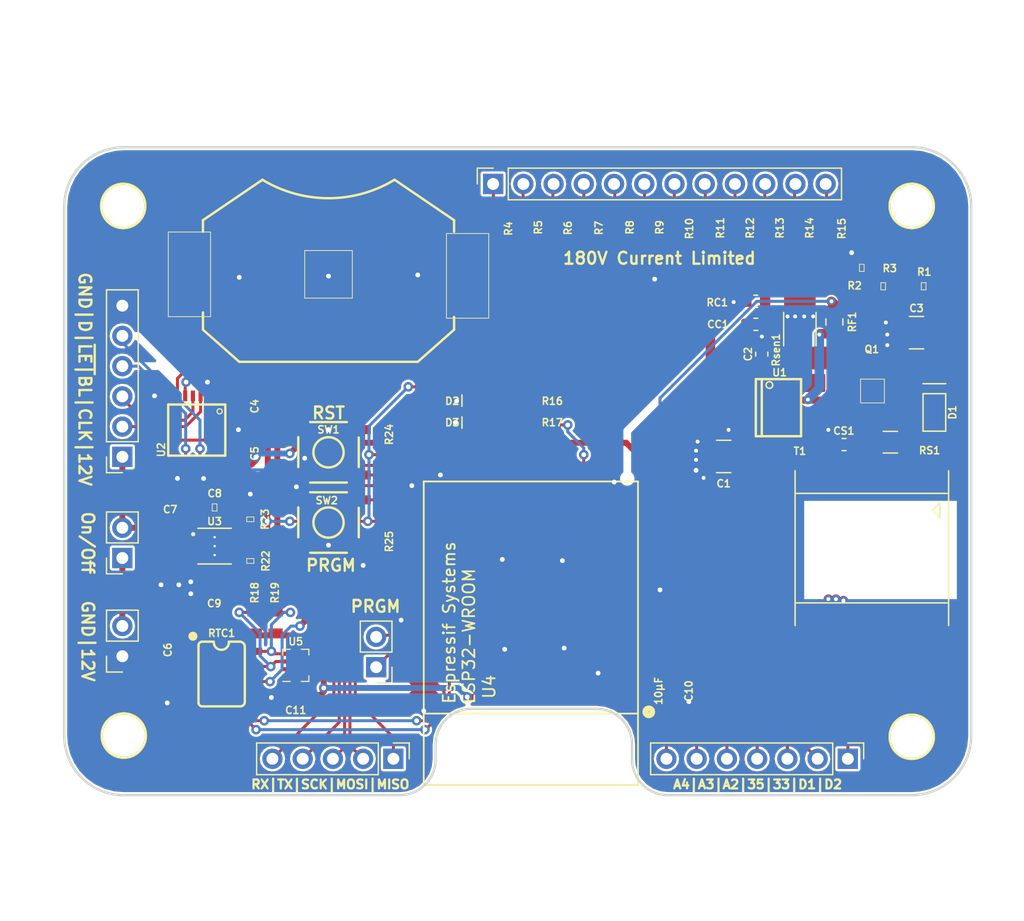
<source format=kicad_pcb>
(kicad_pcb (version 20171130) (host pcbnew "(5.0.1-3-g963ef8bb5)")
  (layers (0 F.Cu signal) (31 B.Cu signal) (34 B.Paste user) (35 F.Paste user) (36 B.SilkS user) (37 F.SilkS user) (38 B.Mask user) (39 F.Mask user) (44 Edge.Cuts user))
  (net 0 "")
  (net 1 "Net-(C2-Pad1)")
  (net 2 GND)
  (net 3 "Net-(CS1-Pad2)")
  (net 4 "Net-(Q1-Pad5)")
  (net 5 "Net-(RF1-Pad2)")
  (net 6 "Net-(CC1-Pad2)")
  (net 7 +12V)
  (net 8 /Nixie_PSU/180V)
  (net 9 "Net-(CC1-Pad1)")
  (net 10 "Net-(RTC1-Pad1)")
  (net 11 +3V3)
  (net 12 "Net-(RTC1-Pad3)")
  (net 13 "Net-(RTC1-Pad4)")
  (net 14 /MCU_RTC/SDA)
  (net 15 /MCU_RTC/SCL)
  (net 16 /Nixie_PSU/FB)
  (net 17 "Net-(R2-Pad2)")
  (net 18 "Net-(J1-Pad1)")
  (net 19 "Net-(J1-Pad2)")
  (net 20 "Net-(J1-Pad4)")
  (net 21 "Net-(J1-Pad5)")
  (net 22 "Net-(J1-Pad6)")
  (net 23 "Net-(J1-Pad7)")
  (net 24 "Net-(J1-Pad3)")
  (net 25 "Net-(J1-Pad8)")
  (net 26 "Net-(R22-Pad2)")
  (net 27 "Net-(C8-Pad1)")
  (net 28 /Nixie_Interface/HCLK)
  (net 29 /Nixie_Interface/~HBL)
  (net 30 /Nixie_Interface/~HLE)
  (net 31 /Nixie_Interface/HDIN)
  (net 32 "Net-(J4-Pad1)")
  (net 33 "Net-(U4-Pad32)")
  (net 34 "Net-(U4-Pad24)")
  (net 35 "Net-(U4-Pad22)")
  (net 36 "Net-(U4-Pad21)")
  (net 37 "Net-(U4-Pad20)")
  (net 38 "Net-(U4-Pad19)")
  (net 39 "Net-(U4-Pad18)")
  (net 40 "Net-(U4-Pad17)")
  (net 41 "Net-(R25-Pad2)")
  (net 42 "Net-(R24-Pad2)")
  (net 43 /ESP32/MISO-D19)
  (net 44 /ESP32/MOSI-D18)
  (net 45 /ESP32/SCK-D5)
  (net 46 /ESP32/A5-D4)
  (net 47 /ESP32/A8-D15)
  (net 48 /ESP32/A12-D13)
  (net 49 /ESP32/A11-D12)
  (net 50 /ESP32/A6-D14)
  (net 51 /ESP32/A10-D27)
  (net 52 /ESP32/A0-DAC2)
  (net 53 /ESP32/A1-DAC1)
  (net 54 /ESP32/A9-D33)
  (net 55 /ESP32/A7-D32)
  (net 56 /ESP32/A13-D35)
  (net 57 /ESP32/A2-D34)
  (net 58 /ESP32/A3-D39)
  (net 59 /ESP32/A4-D36)
  (net 60 "Net-(D1-PadA)")
  (net 61 "Net-(T1-Pad3)")
  (net 62 "Net-(T1-Pad12)")
  (net 63 "Net-(T1-Pad11)")
  (net 64 "Net-(T1-Pad10)")
  (net 65 "Net-(Q1-Pad4)")
  (net 66 "Net-(U3-Pad7)")
  (net 67 "Net-(J1-Pad9)")
  (net 68 "Net-(J1-Pad10)")
  (net 69 "Net-(J1-Pad11)")
  (net 70 "Net-(J1-Pad12)")
  (net 71 /Nixie_Interface/CLK)
  (net 72 /ESP32/RX)
  (net 73 /ESP32/TX)
  (net 74 "Net-(D2-PadA)")
  (net 75 "Net-(D3-PadA)")
  (net 76 "Net-(U5-Pad5)")
  (net 77 "Net-(U5-Pad2)")
  (net 78 /ESP32/RXD0)
  (net 79 /ESP32/TXD0)
  (net 80 +)
  (module STAND-OFF (layer F.Cu) (at 77.75 39 180)
    (fp_text reference H1 hide)
    (fp_text value STAND-OFF hide)
    (pad "" np_thru_hole circle (at 0 0 180) (size 3.302 3.302) (drill 3.302) (layers *.Cu *.Mask))
  )
  (module 0805 (layer F.Cu) (at 87.429599 59.831376 90)
    (fp_text reference C5 (at 0.031376 1.370401 90) (layer F.SilkS) (effects (font (size 0.6096 0.6096) (thickness 0.127))))
    (fp_text value 1.0µF hide)
    (pad 2 smd rect (at 0.89916 0 90) (size 0.79756 1.19888) (layers F.Cu F.Paste F.Mask) (net 2 GND))
    (pad 1 smd rect (at -0.89916 0 90) (size 0.79756 1.19888) (layers F.Cu F.Paste F.Mask) (net 7 +12V))
  )
  (module 0805 (layer F.Cu) (at 87.429599 55.831376 90)
    (fp_text reference C4 (at 0 1.370401 90) (layer F.SilkS) (effects (font (size 0.6096 0.6096) (thickness 0.127))))
    (fp_text value 1.0µF hide)
    (pad 1 smd rect (at -0.89916 0 90) (size 0.79756 1.19888) (layers F.Cu F.Paste F.Mask) (net 2 GND))
    (pad 2 smd rect (at 0.89916 0 90) (size 0.79756 1.19888) (layers F.Cu F.Paste F.Mask) (net 11 +3V3))
  )
  (module 0805 (layer F.Cu) (at 81.45 78.581 270)
    (fp_text reference C6 (at -2.281 -0.05 270) (layer F.SilkS) (effects (font (size 0.6096 0.6096) (thickness 0.127))))
    (fp_text value 1.0µF hide)
    (pad 1 smd rect (at -0.89916 0 270) (size 0.79756 1.19888) (layers F.Cu F.Paste F.Mask) (net 11 +3V3))
    (pad 2 smd rect (at 0.89916 0 270) (size 0.79756 1.19888) (layers F.Cu F.Paste F.Mask) (net 2 GND))
  )
  (module 0805 (layer F.Cu) (at 113.848577 40.85545 270)
    (fp_text reference R6 (at 0 -1.27 270) (layer F.SilkS) (effects (font (size 0.6096 0.6096) (thickness 0.127))))
    (fp_text value RESISTOR0805 hide)
    (pad 2 smd rect (at 0.89916 0 270) (size 0.79756 1.19888) (layers F.Cu F.Paste F.Mask) (net 8 /Nixie_PSU/180V))
    (pad 1 smd rect (at -0.89916 0 270) (size 0.79756 1.19888) (layers F.Cu F.Paste F.Mask) (net 24 "Net-(J1-Pad3)"))
  )
  (module 0805 (layer F.Cu) (at 124 79.75 270)
    (fp_text reference C10 (at 0 -1.27 270) (layer F.SilkS) (effects (font (size 0.6096 0.6096) (thickness 0.127))))
    (fp_text value 10µF (at 0 1.27 270) (layer F.SilkS) (effects (font (size 0.6096 0.6096) (thickness 0.127))))
    (pad 1 smd rect (at -0.89916 0 270) (size 0.79756 1.19888) (layers F.Cu F.Paste F.Mask) (net 11 +3V3))
    (pad 2 smd rect (at 0.89916 0 270) (size 0.79756 1.19888) (layers F.Cu F.Paste F.Mask) (net 2 GND))
  )
  (module 0805 (layer F.Cu) (at 92.25 80.1 180)
    (fp_text reference C11 (at 0 -1.27 180) (layer F.SilkS) (effects (font (size 0.6096 0.6096) (thickness 0.127))))
    (fp_text value 1.0µF hide)
    (pad 2 smd rect (at 0.89916 0 180) (size 0.79756 1.19888) (layers F.Cu F.Paste F.Mask) (net 2 GND))
    (pad 1 smd rect (at -0.89916 0 180) (size 0.79756 1.19888) (layers F.Cu F.Paste F.Mask) (net 11 +3V3))
  )
  (module 0805 (layer F.Cu) (at 111.348577 40.80381 270)
    (fp_text reference R5 (at 0 -1.27 270) (layer F.SilkS) (effects (font (size 0.6096 0.6096) (thickness 0.127))))
    (fp_text value RESISTOR0805 hide)
    (pad 1 smd rect (at -0.89916 0 270) (size 0.79756 1.19888) (layers F.Cu F.Paste F.Mask) (net 19 "Net-(J1-Pad2)"))
    (pad 2 smd rect (at 0.89916 0 270) (size 0.79756 1.19888) (layers F.Cu F.Paste F.Mask) (net 8 /Nixie_PSU/180V))
  )
  (module 0805 (layer F.Cu) (at 100.1 64.6 90)
    (fp_text reference R25 (at -2.6 0 90) (layer F.SilkS) (effects (font (size 0.6096 0.6096) (thickness 0.127))))
    (fp_text value 10kΩ hide)
    (pad 2 smd rect (at 0.89916 0 90) (size 0.79756 1.19888) (layers F.Cu F.Paste F.Mask) (net 41 "Net-(R25-Pad2)"))
    (pad 1 smd rect (at -0.89916 0 90) (size 0.79756 1.19888) (layers F.Cu F.Paste F.Mask) (net 11 +3V3))
  )
  (module 0805 (layer F.Cu) (at 100.1 60.8 270)
    (fp_text reference R24 (at -2.6 0 270) (layer F.SilkS) (effects (font (size 0.6096 0.6096) (thickness 0.127))))
    (fp_text value 10kΩ hide)
    (pad 1 smd rect (at -0.89916 0 270) (size 0.79756 1.19888) (layers F.Cu F.Paste F.Mask) (net 11 +3V3))
    (pad 2 smd rect (at 0.89916 0 270) (size 0.79756 1.19888) (layers F.Cu F.Paste F.Mask) (net 42 "Net-(R24-Pad2)"))
  )
  (module 0805 (layer F.Cu) (at 108.848577 40.90381 270)
    (fp_text reference R4 (at 0 -1.27 270) (layer F.SilkS) (effects (font (size 0.6096 0.6096) (thickness 0.127))))
    (fp_text value RESISTOR0805 hide)
    (pad 2 smd rect (at 0.89916 0 270) (size 0.79756 1.19888) (layers F.Cu F.Paste F.Mask) (net 8 /Nixie_PSU/180V))
    (pad 1 smd rect (at -0.89916 0 270) (size 0.79756 1.19888) (layers F.Cu F.Paste F.Mask) (net 18 "Net-(J1-Pad1)"))
  )
  (module 0805 (layer F.Cu) (at 90.55 74 90)
    (fp_text reference R19 (at 2.5 -0.05 90) (layer F.SilkS) (effects (font (size 0.6096 0.6096) (thickness 0.127))))
    (fp_text value 10KΩ hide)
    (pad 1 smd rect (at -0.89916 0 90) (size 0.79756 1.19888) (layers F.Cu F.Paste F.Mask) (net 11 +3V3))
    (pad 2 smd rect (at 0.89916 0 90) (size 0.79756 1.19888) (layers F.Cu F.Paste F.Mask) (net 15 /MCU_RTC/SCL))
  )
  (module 0805 (layer F.Cu) (at 88.8 74 90)
    (fp_text reference R18 (at 2.5 0 90) (layer F.SilkS) (effects (font (size 0.6096 0.6096) (thickness 0.127))))
    (fp_text value 10KΩ hide)
    (pad 2 smd rect (at 0.89916 0 90) (size 0.79756 1.19888) (layers F.Cu F.Paste F.Mask) (net 14 /MCU_RTC/SDA))
    (pad 1 smd rect (at -0.89916 0 90) (size 0.79756 1.19888) (layers F.Cu F.Paste F.Mask) (net 11 +3V3))
  )
  (module 0805 (layer F.Cu) (at 111.226939 57.186099 180)
    (fp_text reference R17 (at -2.573061 -0.013901 180) (layer F.SilkS) (effects (font (size 0.6096 0.6096) (thickness 0.127))))
    (fp_text value 10KΩ hide)
    (pad 1 smd rect (at -0.89916 0 180) (size 0.79756 1.19888) (layers F.Cu F.Paste F.Mask) (net 48 /ESP32/A12-D13))
    (pad 2 smd rect (at 0.89916 0 180) (size 0.79756 1.19888) (layers F.Cu F.Paste F.Mask) (net 75 "Net-(D3-PadA)"))
  )
  (module 0805 (layer F.Cu) (at 111.25 55.3 180)
    (fp_text reference R16 (at -2.55 -0.1 180) (layer F.SilkS) (effects (font (size 0.6096 0.6096) (thickness 0.127))))
    (fp_text value 10KΩ hide)
    (pad 2 smd rect (at 0.89916 0 180) (size 0.79756 1.19888) (layers F.Cu F.Paste F.Mask) (net 74 "Net-(D2-PadA)"))
    (pad 1 smd rect (at -0.89916 0 180) (size 0.79756 1.19888) (layers F.Cu F.Paste F.Mask) (net 11 +3V3))
  )
  (module 0805 (layer F.Cu) (at 136.848577 40.90381 270)
    (fp_text reference R15 (at 0 -1.27 270) (layer F.SilkS) (effects (font (size 0.6096 0.6096) (thickness 0.127))))
    (fp_text value RESISTOR0805 hide)
    (pad 1 smd rect (at -0.89916 0 270) (size 0.79756 1.19888) (layers F.Cu F.Paste F.Mask) (net 70 "Net-(J1-Pad12)"))
    (pad 2 smd rect (at 0.89916 0 270) (size 0.79756 1.19888) (layers F.Cu F.Paste F.Mask) (net 8 /Nixie_PSU/180V))
  )
  (module 0805 (layer F.Cu) (at 134.148577 40.85545 270)
    (fp_text reference R14 (at 0 -1.27 270) (layer F.SilkS) (effects (font (size 0.6096 0.6096) (thickness 0.127))))
    (fp_text value RESISTOR0805 hide)
    (pad 2 smd rect (at 0.89916 0 270) (size 0.79756 1.19888) (layers F.Cu F.Paste F.Mask) (net 8 /Nixie_PSU/180V))
    (pad 1 smd rect (at -0.89916 0 270) (size 0.79756 1.19888) (layers F.Cu F.Paste F.Mask) (net 69 "Net-(J1-Pad11)"))
  )
  (module 0805 (layer F.Cu) (at 131.648577 40.85545 270)
    (fp_text reference R13 (at 0 -1.27 270) (layer F.SilkS) (effects (font (size 0.6096 0.6096) (thickness 0.127))))
    (fp_text value RESISTOR0805 hide)
    (pad 1 smd rect (at -0.89916 0 270) (size 0.79756 1.19888) (layers F.Cu F.Paste F.Mask) (net 68 "Net-(J1-Pad10)"))
    (pad 2 smd rect (at 0.89916 0 270) (size 0.79756 1.19888) (layers F.Cu F.Paste F.Mask) (net 8 /Nixie_PSU/180V))
  )
  (module 0805 (layer F.Cu) (at 129.148577 40.85545 270)
    (fp_text reference R12 (at 0 -1.27 270) (layer F.SilkS) (effects (font (size 0.6096 0.6096) (thickness 0.127))))
    (fp_text value RESISTOR0805 hide)
    (pad 2 smd rect (at 0.89916 0 270) (size 0.79756 1.19888) (layers F.Cu F.Paste F.Mask) (net 8 /Nixie_PSU/180V))
    (pad 1 smd rect (at -0.89916 0 270) (size 0.79756 1.19888) (layers F.Cu F.Paste F.Mask) (net 67 "Net-(J1-Pad9)"))
  )
  (module 0805 (layer F.Cu) (at 126.648577 40.85545 270)
    (fp_text reference R11 (at 0 -1.27 270) (layer F.SilkS) (effects (font (size 0.6096 0.6096) (thickness 0.127))))
    (fp_text value RESISTOR0805 hide)
    (pad 1 smd rect (at -0.89916 0 270) (size 0.79756 1.19888) (layers F.Cu F.Paste F.Mask) (net 25 "Net-(J1-Pad8)"))
    (pad 2 smd rect (at 0.89916 0 270) (size 0.79756 1.19888) (layers F.Cu F.Paste F.Mask) (net 8 /Nixie_PSU/180V))
  )
  (module 0805 (layer F.Cu) (at 124.048578 40.90381 270)
    (fp_text reference R10 (at 0 -1.27 270) (layer F.SilkS) (effects (font (size 0.6096 0.6096) (thickness 0.127))))
    (fp_text value RESISTOR0805 hide)
    (pad 2 smd rect (at 0.89916 0 270) (size 0.79756 1.19888) (layers F.Cu F.Paste F.Mask) (net 8 /Nixie_PSU/180V))
    (pad 1 smd rect (at -0.89916 0 270) (size 0.79756 1.19888) (layers F.Cu F.Paste F.Mask) (net 23 "Net-(J1-Pad7)"))
  )
  (module 0805 (layer F.Cu) (at 121.548577 40.80381 270)
    (fp_text reference R9 (at 0 -1.27 270) (layer F.SilkS) (effects (font (size 0.6096 0.6096) (thickness 0.127))))
    (fp_text value RESISTOR0805 hide)
    (pad 1 smd rect (at -0.89916 0 270) (size 0.79756 1.19888) (layers F.Cu F.Paste F.Mask) (net 22 "Net-(J1-Pad6)"))
    (pad 2 smd rect (at 0.89916 0 270) (size 0.79756 1.19888) (layers F.Cu F.Paste F.Mask) (net 8 /Nixie_PSU/180V))
  )
  (module 0805 (layer F.Cu) (at 119.048578 40.80709 270)
    (fp_text reference R8 (at 0 -1.27 270) (layer F.SilkS) (effects (font (size 0.6096 0.6096) (thickness 0.127))))
    (fp_text value RESISTOR0805 hide)
    (pad 2 smd rect (at 0.89916 0 270) (size 0.79756 1.19888) (layers F.Cu F.Paste F.Mask) (net 8 /Nixie_PSU/180V))
    (pad 1 smd rect (at -0.89916 0 270) (size 0.79756 1.19888) (layers F.Cu F.Paste F.Mask) (net 21 "Net-(J1-Pad5)"))
  )
  (module 0805 (layer F.Cu) (at 116.448577 40.85545 270)
    (fp_text reference R7 (at 0 -1.27 270) (layer F.SilkS) (effects (font (size 0.6096 0.6096) (thickness 0.127))))
    (fp_text value RESISTOR0805 hide)
    (pad 1 smd rect (at -0.89916 0 270) (size 0.79756 1.19888) (layers F.Cu F.Paste F.Mask) (net 20 "Net-(J1-Pad4)"))
    (pad 2 smd rect (at 0.89916 0 270) (size 0.79756 1.19888) (layers F.Cu F.Paste F.Mask) (net 8 /Nixie_PSU/180V))
  )
  (module BATTCON_20MM_4LEGS (layer F.Cu) (at 95 44.75 180)
    (fp_text reference BT1 hide)
    (fp_text value BATTERY-20MM_SMD_4LEGS hide)
    (pad NEGA smd oval (at 0 0 180) (size 12.99972 7.99846) (layers F.Cu F.Paste F.Mask) (net 2 GND))
    (pad POSI smd oval (at -11.176 -1.651) (size 2.032 3.175) (layers F.Cu F.Paste F.Mask) (net 80 +))
    (pad POSI smd oval (at -11.176 1.524 180) (size 2.032 3.175) (layers F.Cu F.Paste F.Mask) (net 80 +))
    (pad POSI smd oval (at 11.176 -1.524) (size 2.032 3.175) (layers F.Cu F.Paste F.Mask) (net 80 +))
    (pad POSI smd oval (at 11.176 1.651 180) (size 2.032 3.175) (layers F.Cu F.Paste F.Mask) (net 80 +))
  )
  (module Package_LGA:Bosch_LGA-8_2x2.5mm_P0.65mm_ClockwisePinNumbering (layer F.Cu) (at 92.25 77.6 90)
    (fp_text reference U5 (at 2 0 180) (layer F.SilkS) (effects (font (size 0.6096 0.6096) (thickness 0.127))))
    (fp_text value BMP280 hide)
    (pad 1 smd rect (at -0.975 -0.8 180) (size 0.5 0.35) (layers F.Cu F.Paste F.Mask) (net 2 GND))
    (pad 5 smd rect (at 0.975 0.8 180) (size 0.5 0.35) (layers F.Cu F.Paste F.Mask) (net 76 "Net-(U5-Pad5)"))
    (pad 6 smd rect (at 0.325 0.8 180) (size 0.5 0.35) (layers F.Cu F.Paste F.Mask) (net 11 +3V3))
    (pad 7 smd rect (at -0.325 0.8 180) (size 0.5 0.35) (layers F.Cu F.Paste F.Mask) (net 2 GND))
    (pad 4 smd rect (at 0.975 -0.8 180) (size 0.5 0.35) (layers F.Cu F.Paste F.Mask) (net 15 /MCU_RTC/SCL))
    (pad 3 smd rect (at 0.325 -0.8 180) (size 0.5 0.35) (layers F.Cu F.Paste F.Mask) (net 14 /MCU_RTC/SDA))
    (pad 2 smd rect (at -0.325 -0.8 180) (size 0.5 0.35) (layers F.Cu F.Paste F.Mask) (net 77 "Net-(U5-Pad2)"))
    (pad 8 smd rect (at -0.975 0.8 180) (size 0.5 0.35) (layers F.Cu F.Paste F.Mask) (net 11 +3V3))
  )
  (module Switches:TACTILE_SWITCH_SMD_5.2MM_Corrected (layer F.Cu) (at 95 65.6)
    (fp_text reference SW2 (at -0.15 -1.85) (layer F.SilkS) (effects (font (size 0.6096 0.6096) (thickness 0.127))))
    (fp_text value SW_Push hide)
    (pad 1 smd rect (at -2.794 -1.905 90) (size 0.762 1.524) (layers F.Cu F.Paste F.Mask) (net 41 "Net-(R25-Pad2)"))
    (pad 1 smd rect (at 2.794 -1.905 90) (size 0.762 1.524) (layers F.Cu F.Paste F.Mask) (net 41 "Net-(R25-Pad2)"))
    (pad 2 smd rect (at -2.794 1.905 90) (size 0.762 1.524) (layers F.Cu F.Paste F.Mask) (net 2 GND))
    (pad 2 smd rect (at 2.794 1.905 90) (size 0.762 1.524) (layers F.Cu F.Paste F.Mask) (net 2 GND))
  )
  (module Switches:TACTILE_SWITCH_SMD_5.2MM_Corrected (layer F.Cu) (at 95 59.7)
    (fp_text reference SW1 (at 0 -1.9) (layer F.SilkS) (effects (font (size 0.6096 0.6096) (thickness 0.127))))
    (fp_text value SW_Push hide)
    (pad 2 smd rect (at 2.794 1.905 90) (size 0.762 1.524) (layers F.Cu F.Paste F.Mask) (net 42 "Net-(R24-Pad2)"))
    (pad 2 smd rect (at -2.794 1.905 90) (size 0.762 1.524) (layers F.Cu F.Paste F.Mask) (net 42 "Net-(R24-Pad2)"))
    (pad 1 smd rect (at 2.794 -1.905 90) (size 0.762 1.524) (layers F.Cu F.Paste F.Mask) (net 2 GND))
    (pad 1 smd rect (at -2.794 -1.905 90) (size 0.762 1.524) (layers F.Cu F.Paste F.Mask) (net 2 GND))
  )
  (module LED-0603 (layer F.Cu) (at 107.8 57.2 180)
    (fp_text reference D3 (at 2.4 0 180) (layer F.SilkS) (effects (font (size 0.6096 0.6096) (thickness 0.127))))
    (fp_text value LED-GREEN hide)
    (pad C smd rect (at 0.8763 0 90) (size 0.99822 0.99822) (layers F.Cu F.Paste F.Mask) (net 2 GND))
    (pad A smd rect (at -0.8763 0 90) (size 0.99822 0.99822) (layers F.Cu F.Paste F.Mask) (net 75 "Net-(D3-PadA)"))
  )
  (module LED-0603 (layer F.Cu) (at 107.8 55.35 180)
    (fp_text reference D2 (at 2.4 -0.05 180) (layer F.SilkS) (effects (font (size 0.6096 0.6096) (thickness 0.127))))
    (fp_text value LED-RED hide)
    (pad A smd rect (at -0.8763 0 90) (size 0.99822 0.99822) (layers F.Cu F.Paste F.Mask) (net 74 "Net-(D2-PadA)"))
    (pad C smd rect (at 0.8763 0 90) (size 0.99822 0.99822) (layers F.Cu F.Paste F.Mask) (net 2 GND))
  )
  (module Connector_PinHeader_2.54mm:PinHeader_1x07_P2.54mm_Vertical (layer F.Cu) (at 138.63 85.45 270)
    (fp_text reference J6 hide)
    (fp_text value Conn_01x07 hide)
    (pad 1 thru_hole rect (at 0 0 270) (size 1.7 1.7) (drill 1) (layers *.Cu *.Mask) (net 52 /ESP32/A0-DAC2))
    (pad 2 thru_hole oval (at 0 2.54 270) (size 1.7 1.7) (drill 1) (layers *.Cu *.Mask) (net 53 /ESP32/A1-DAC1))
    (pad 3 thru_hole oval (at 0 5.08 270) (size 1.7 1.7) (drill 1) (layers *.Cu *.Mask) (net 54 /ESP32/A9-D33))
    (pad 4 thru_hole oval (at 0 7.62 270) (size 1.7 1.7) (drill 1) (layers *.Cu *.Mask) (net 56 /ESP32/A13-D35))
    (pad 5 thru_hole oval (at 0 10.16 270) (size 1.7 1.7) (drill 1) (layers *.Cu *.Mask) (net 57 /ESP32/A2-D34))
    (pad 6 thru_hole oval (at 0 12.7 270) (size 1.7 1.7) (drill 1) (layers *.Cu *.Mask) (net 58 /ESP32/A3-D39))
    (pad 7 thru_hole oval (at 0 15.24 270) (size 1.7 1.7) (drill 1) (layers *.Cu *.Mask) (net 59 /ESP32/A4-D36))
  )
  (module ESP32-footprints-Lib:ESP32-WROOM (layer F.Cu) (at 112 74.9)
    (fp_text reference U4 (at -3.5 4.5 90) (layer F.SilkS))
    (fp_text value ESP32-WROOM hide)
    (fp_text user ESP32-WROOM (at -5.207 0.254 90) (layer F.SilkS))
    (fp_text user "Espressif Systems" (at -6.858 -0.889 90) (layer F.SilkS))
    (pad 39 smd rect (at 0.3 -2.45) (size 6 6) (layers F.Cu F.Paste F.Mask) (net 2 GND))
    (pad 1 smd oval (at 9 5.25) (size 2.5 0.9) (layers F.Cu F.Paste F.Mask) (net 2 GND))
    (pad 2 smd oval (at 9 3.98) (size 2.5 0.9) (layers F.Cu F.Paste F.Mask) (net 11 +3V3))
    (pad 3 smd oval (at 9 2.71) (size 2.5 0.9) (layers F.Cu F.Paste F.Mask) (net 42 "Net-(R24-Pad2)"))
    (pad 4 smd oval (at 9 1.44) (size 2.5 0.9) (layers F.Cu F.Paste F.Mask) (net 59 /ESP32/A4-D36))
    (pad 5 smd oval (at 9 0.17) (size 2.5 0.9) (layers F.Cu F.Paste F.Mask) (net 58 /ESP32/A3-D39))
    (pad 6 smd oval (at 9 -1.1) (size 2.5 0.9) (layers F.Cu F.Paste F.Mask) (net 57 /ESP32/A2-D34))
    (pad 7 smd oval (at 9 -2.37) (size 2.5 0.9) (layers F.Cu F.Paste F.Mask) (net 56 /ESP32/A13-D35))
    (pad 8 smd oval (at 9 -3.64) (size 2.5 0.9) (layers F.Cu F.Paste F.Mask) (net 55 /ESP32/A7-D32))
    (pad 9 smd oval (at 9 -4.91) (size 2.5 0.9) (layers F.Cu F.Paste F.Mask) (net 54 /ESP32/A9-D33))
    (pad 10 smd oval (at 9 -6.18) (size 2.5 0.9) (layers F.Cu F.Paste F.Mask) (net 53 /ESP32/A1-DAC1))
    (pad 11 smd oval (at 9 -7.45) (size 2.5 0.9) (layers F.Cu F.Paste F.Mask) (net 52 /ESP32/A0-DAC2))
    (pad 12 smd oval (at 9 -8.72) (size 2.5 0.9) (layers F.Cu F.Paste F.Mask) (net 51 /ESP32/A10-D27))
    (pad 13 smd oval (at 9 -9.99) (size 2.5 0.9) (layers F.Cu F.Paste F.Mask) (net 50 /ESP32/A6-D14))
    (pad 14 smd oval (at 9 -11.26) (size 2.5 0.9) (layers F.Cu F.Paste F.Mask) (net 49 /ESP32/A11-D12))
    (pad 15 smd oval (at 5.715 -12.75) (size 0.9 2.5) (layers F.Cu F.Paste F.Mask) (net 2 GND))
    (pad 16 smd oval (at 4.445 -12.75) (size 0.9 2.5) (layers F.Cu F.Paste F.Mask) (net 48 /ESP32/A12-D13))
    (pad 17 smd oval (at 3.175 -12.75) (size 0.9 2.5) (layers F.Cu F.Paste F.Mask) (net 40 "Net-(U4-Pad17)"))
    (pad 18 smd oval (at 1.905 -12.75) (size 0.9 2.5) (layers F.Cu F.Paste F.Mask) (net 39 "Net-(U4-Pad18)"))
    (pad 19 smd oval (at 0.635 -12.75) (size 0.9 2.5) (layers F.Cu F.Paste F.Mask) (net 38 "Net-(U4-Pad19)"))
    (pad 20 smd oval (at -0.635 -12.75) (size 0.9 2.5) (layers F.Cu F.Paste F.Mask) (net 37 "Net-(U4-Pad20)"))
    (pad 21 smd oval (at -1.905 -12.75) (size 0.9 2.5) (layers F.Cu F.Paste F.Mask) (net 36 "Net-(U4-Pad21)"))
    (pad 22 smd oval (at -3.175 -12.75) (size 0.9 2.5) (layers F.Cu F.Paste F.Mask) (net 35 "Net-(U4-Pad22)"))
    (pad 23 smd oval (at -4.445 -12.75) (size 0.9 2.5) (layers F.Cu F.Paste F.Mask) (net 47 /ESP32/A8-D15))
    (pad 24 smd oval (at -5.715 -12.75) (size 0.9 2.5) (layers F.Cu F.Paste F.Mask) (net 34 "Net-(U4-Pad24)"))
    (pad 25 smd oval (at -9 -11.26) (size 2.5 0.9) (layers F.Cu F.Paste F.Mask) (net 41 "Net-(R25-Pad2)"))
    (pad 26 smd oval (at -9 -9.99) (size 2.5 0.9) (layers F.Cu F.Paste F.Mask) (net 46 /ESP32/A5-D4))
    (pad 27 smd oval (at -9 -8.72) (size 2.5 0.9) (layers F.Cu F.Paste F.Mask) (net 72 /ESP32/RX))
    (pad 28 smd oval (at -9 -7.45) (size 2.5 0.9) (layers F.Cu F.Paste F.Mask) (net 73 /ESP32/TX))
    (pad 29 smd oval (at -9 -6.18) (size 2.5 0.9) (layers F.Cu F.Paste F.Mask) (net 45 /ESP32/SCK-D5))
    (pad 30 smd oval (at -9 -4.91) (size 2.5 0.9) (layers F.Cu F.Paste F.Mask) (net 44 /ESP32/MOSI-D18))
    (pad 31 smd oval (at -9 -3.64) (size 2.5 0.9) (layers F.Cu F.Paste F.Mask) (net 43 /ESP32/MISO-D19))
    (pad 32 smd oval (at -9 -2.37) (size 2.5 0.9) (layers F.Cu F.Paste F.Mask) (net 33 "Net-(U4-Pad32)"))
    (pad 33 smd oval (at -9 -1.1) (size 2.5 0.9) (layers F.Cu F.Paste F.Mask) (net 71 /Nixie_Interface/CLK))
    (pad 34 smd oval (at -9 0.17) (size 2.5 0.9) (layers F.Cu F.Paste F.Mask) (net 78 /ESP32/RXD0))
    (pad 35 smd oval (at -9 1.44) (size 2.5 0.9) (layers F.Cu F.Paste F.Mask) (net 79 /ESP32/TXD0))
    (pad 36 smd oval (at -9 2.71) (size 2.5 0.9) (layers F.Cu F.Paste F.Mask) (net 15 /MCU_RTC/SCL))
    (pad 37 smd oval (at -9 3.98) (size 2.5 0.9) (layers F.Cu F.Paste F.Mask) (net 14 /MCU_RTC/SDA))
    (pad 38 smd oval (at -9 5.25) (size 2.5 0.9) (layers F.Cu F.Paste F.Mask) (net 2 GND))
  )
  (module Connector_PinHeader_2.54mm:PinHeader_1x05_P2.54mm_Vertical (layer F.Cu) (at 100.45 85.45 270)
    (fp_text reference J2 hide)
    (fp_text value Conn_01x05 hide)
    (pad 1 thru_hole rect (at 0 0 270) (size 1.7 1.7) (drill 1) (layers *.Cu *.Mask) (net 43 /ESP32/MISO-D19))
    (pad 2 thru_hole oval (at 0 2.54 270) (size 1.7 1.7) (drill 1) (layers *.Cu *.Mask) (net 44 /ESP32/MOSI-D18))
    (pad 3 thru_hole oval (at 0 5.08 270) (size 1.7 1.7) (drill 1) (layers *.Cu *.Mask) (net 45 /ESP32/SCK-D5))
    (pad 4 thru_hole oval (at 0 7.62 270) (size 1.7 1.7) (drill 1) (layers *.Cu *.Mask) (net 73 /ESP32/TX))
    (pad 5 thru_hole oval (at 0 10.16 270) (size 1.7 1.7) (drill 1) (layers *.Cu *.Mask) (net 72 /ESP32/RX))
  )
  (module STAND-OFF (layer F.Cu) (at 144 39)
    (fp_text reference H4 hide)
    (fp_text value STAND-OFF hide)
    (pad "" np_thru_hole circle (at 0 0) (size 3.302 3.302) (drill 3.302) (layers *.Cu *.Mask))
  )
  (module STAND-OFF (layer F.Cu) (at 144 83.6)
    (fp_text reference H2 hide)
    (fp_text value STAND-OFF hide)
    (pad "" np_thru_hole circle (at 0 0) (size 3.302 3.302) (drill 3.302) (layers *.Cu *.Mask))
  )
  (module STAND-OFF (layer F.Cu) (at 77.8 83.5)
    (fp_text reference H1 hide)
    (fp_text value STAND-OFF hide)
    (pad "" np_thru_hole circle (at 0 0) (size 3.302 3.302) (drill 3.302) (layers *.Cu *.Mask))
  )
  (module Connector_PinSocket_2.54mm:PinSocket_1x12_P2.54mm_Vertical (layer F.Cu) (at 108.828578 37.15545 90)
    (fp_text reference J1 hide)
    (fp_text value Conn_01x12 hide)
    (pad 1 thru_hole rect (at 0 0 90) (size 1.7 1.7) (drill 1) (layers *.Cu *.Mask) (net 18 "Net-(J1-Pad1)"))
    (pad 2 thru_hole oval (at 0 2.54 90) (size 1.7 1.7) (drill 1) (layers *.Cu *.Mask) (net 19 "Net-(J1-Pad2)"))
    (pad 3 thru_hole oval (at 0 5.08 90) (size 1.7 1.7) (drill 1) (layers *.Cu *.Mask) (net 24 "Net-(J1-Pad3)"))
    (pad 4 thru_hole oval (at 0 7.62 90) (size 1.7 1.7) (drill 1) (layers *.Cu *.Mask) (net 20 "Net-(J1-Pad4)"))
    (pad 5 thru_hole oval (at 0 10.16 90) (size 1.7 1.7) (drill 1) (layers *.Cu *.Mask) (net 21 "Net-(J1-Pad5)"))
    (pad 6 thru_hole oval (at 0 12.7 90) (size 1.7 1.7) (drill 1) (layers *.Cu *.Mask) (net 22 "Net-(J1-Pad6)"))
    (pad 7 thru_hole oval (at -0.000001 15.24 90) (size 1.7 1.7) (drill 1) (layers *.Cu *.Mask) (net 23 "Net-(J1-Pad7)"))
    (pad 8 thru_hole oval (at 0 17.78 90) (size 1.7 1.7) (drill 1) (layers *.Cu *.Mask) (net 25 "Net-(J1-Pad8)"))
    (pad 9 thru_hole oval (at 0 20.319999 90) (size 1.7 1.7) (drill 1) (layers *.Cu *.Mask) (net 67 "Net-(J1-Pad9)"))
    (pad 10 thru_hole oval (at 0 22.86 90) (size 1.7 1.7) (drill 1) (layers *.Cu *.Mask) (net 68 "Net-(J1-Pad10)"))
    (pad 11 thru_hole oval (at 0.000001 25.4 90) (size 1.7 1.7) (drill 1) (layers *.Cu *.Mask) (net 69 "Net-(J1-Pad11)"))
    (pad 12 thru_hole oval (at 0 27.94 90) (size 1.7 1.7) (drill 1) (layers *.Cu *.Mask) (net 70 "Net-(J1-Pad12)"))
  )
  (module 0603 (layer F.Cu) (at 85.4296 64.331376 180)
    (fp_text reference C8 (at -0.006611 1.175667 180) (layer F.SilkS) (effects (font (size 0.6096 0.6096) (thickness 0.127))))
    (fp_text value 3.3nF hide)
    (pad 2 smd rect (at 0.84836 0 180) (size 1.09982 0.99822) (layers F.Cu F.Paste F.Mask) (net 2 GND))
    (pad 1 smd rect (at -0.84836 0 180) (size 1.09982 0.99822) (layers F.Cu F.Paste F.Mask) (net 27 "Net-(C8-Pad1)"))
  )
  (module 0603 (layer F.Cu) (at 145 45.75 180)
    (fp_text reference R1 (at -0.05 1.2 180) (layer F.SilkS) (effects (font (size 0.6096 0.6096) (thickness 0.127))))
    (fp_text value 1.2MΩ hide)
    (pad 2 smd rect (at 0.84836 0 180) (size 1.09982 0.99822) (layers F.Cu F.Paste F.Mask) (net 16 /Nixie_PSU/FB))
    (pad 1 smd rect (at -0.84836 0 180) (size 1.09982 0.99822) (layers F.Cu F.Paste F.Mask) (net 8 /Nixie_PSU/180V))
  )
  (module 0603 (layer F.Cu) (at 141.6 45.75 180)
    (fp_text reference R2 (at 2.4 0.05 180) (layer F.SilkS) (effects (font (size 0.6096 0.6096) (thickness 0.127))))
    (fp_text value 8.2KOHM-0603-1_10W-5% hide)
    (pad 1 smd rect (at -0.84836 0 180) (size 1.09982 0.99822) (layers F.Cu F.Paste F.Mask) (net 16 /Nixie_PSU/FB))
    (pad 2 smd rect (at 0.84836 0 180) (size 1.09982 0.99822) (layers F.Cu F.Paste F.Mask) (net 17 "Net-(R2-Pad2)"))
  )
  (module 0603 (layer F.Cu) (at 139.8 44.2 180)
    (fp_text reference R3 (at -2.35 -0.05 180) (layer F.SilkS) (effects (font (size 0.6096 0.6096) (thickness 0.127))))
    (fp_text value 300OHM-0603-1_10W-1% hide)
    (pad 2 smd rect (at 0.84836 0 180) (size 1.09982 0.99822) (layers F.Cu F.Paste F.Mask) (net 2 GND))
    (pad 1 smd rect (at -0.84836 0 180) (size 1.09982 0.99822) (layers F.Cu F.Paste F.Mask) (net 17 "Net-(R2-Pad2)"))
  )
  (module 0603 (layer F.Cu) (at 88.429599 65.331376 90)
    (fp_text reference R23 (at 0.005664 1.239352 90) (layer F.SilkS) (effects (font (size 0.6096 0.6096) (thickness 0.127))))
    (fp_text value 100KΩ hide)
    (pad 1 smd rect (at -0.84836 0 90) (size 1.09982 0.99822) (layers F.Cu F.Paste F.Mask) (net 26 "Net-(R22-Pad2)"))
    (pad 2 smd rect (at 0.84836 0 90) (size 1.09982 0.99822) (layers F.Cu F.Paste F.Mask) (net 2 GND))
  )
  (module 0603 (layer F.Cu) (at 88.429599 68.831376 90)
    (fp_text reference R22 (at -0.005593 1.29914 90) (layer F.SilkS) (effects (font (size 0.6096 0.6096) (thickness 0.127))))
    (fp_text value 300kΩ hide)
    (pad 2 smd rect (at 0.84836 0 90) (size 1.09982 0.99822) (layers F.Cu F.Paste F.Mask) (net 26 "Net-(R22-Pad2)"))
    (pad 1 smd rect (at -0.84836 0 90) (size 1.09982 0.99822) (layers F.Cu F.Paste F.Mask) (net 11 +3V3))
  )
  (module 0805 (layer F.Cu) (at 85.4296 71.081376 180)
    (fp_text reference C9 (at 0.0296 -1.318624 180) (layer F.SilkS) (effects (font (size 0.6096 0.6096) (thickness 0.127))))
    (fp_text value 22µF hide)
    (pad 1 smd rect (at -0.89916 0 180) (size 0.79756 1.19888) (layers F.Cu F.Paste F.Mask) (net 11 +3V3))
    (pad 2 smd rect (at 0.89916 0 180) (size 0.79756 1.19888) (layers F.Cu F.Paste F.Mask) (net 2 GND))
  )
  (module 1210 (layer F.Cu) (at 81.679599 67.581377 270)
    (fp_text reference C7 (at -3.081377 -0.020401) (layer F.SilkS) (effects (font (size 0.6096 0.6096) (thickness 0.127))))
    (fp_text value 10µF hide)
    (pad 1 smd rect (at -1.752599 0 270) (size 1.27 2.05994) (layers F.Cu F.Paste F.Mask) (net 7 +12V))
    (pad 2 smd rect (at 1.752599 0 270) (size 1.27 2.05994) (layers F.Cu F.Paste F.Mask) (net 2 GND))
  )
  (module PSON65P280X300X153-9N (layer F.Cu) (at 85.429599 67.581377)
    (fp_text reference U3 (at -0.005341 -2.075166) (layer F.SilkS) (effects (font (size 0.6096 0.6096) (thickness 0.127))))
    (fp_text value TPS82140SILR hide)
    (pad 1 smd rect (at -1.05 -0.975 90) (size 0.5 0.61) (layers F.Cu F.Paste F.Mask) (net 7 +12V))
    (pad 5 smd rect (at 1.05 0.975 90) (size 0.5 0.61) (layers F.Cu F.Paste F.Mask) (net 11 +3V3))
    (pad 2 smd rect (at -1.050001 -0.325 90) (size 0.5 0.61) (layers F.Cu F.Paste F.Mask) (net 7 +12V))
    (pad 3 smd rect (at -1.05 0.325 90) (size 0.5 0.61) (layers F.Cu F.Paste F.Mask) (net 2 GND))
    (pad 4 smd rect (at -1.05 0.975 90) (size 0.5 0.61) (layers F.Cu F.Paste F.Mask) (net 11 +3V3))
    (pad 6 smd rect (at 1.050001 0.325 90) (size 0.5 0.61) (layers F.Cu F.Paste F.Mask) (net 26 "Net-(R22-Pad2)"))
    (pad 7 smd rect (at 1.05 -0.325 90) (size 0.5 0.61) (layers F.Cu F.Paste F.Mask) (net 66 "Net-(U3-Pad7)"))
    (pad 8 smd rect (at 1.05 -0.975 90) (size 0.5 0.61) (layers F.Cu F.Paste F.Mask) (net 27 "Net-(C8-Pad1)"))
    (pad EP smd rect (at 0 0) (size 1.1 1.9) (layers F.Cu F.Paste F.Mask) (net 2 GND))
    (pad V3 thru_hole circle (at 0 0.75) (size 0.32 0.32) (drill 0.2) (layers *.Cu *.Mask) (net 2 GND))
    (pad V2 thru_hole circle (at 0 0) (size 0.32 0.32) (drill 0.2) (layers *.Cu *.Mask) (net 2 GND))
    (pad V1 thru_hole circle (at 0 -0.75) (size 0.32 0.32) (drill 0.2) (layers *.Cu *.Mask) (net 2 GND))
  )
  (module SO08 (layer F.Cu) (at 86.022 78.327 270)
    (fp_text reference RTC1 (at -3.429 0) (layer F.SilkS) (effects (font (size 0.6096 0.6096) (thickness 0.127))))
    (fp_text value DS3231M hide)
    (pad 1 smd rect (at -1.905 2.79908 270) (size 0.59944 1.19888) (layers F.Cu F.Paste F.Mask) (net 10 "Net-(RTC1-Pad1)"))
    (pad 2 smd rect (at -0.635 2.79908 270) (size 0.59944 1.19888) (layers F.Cu F.Paste F.Mask) (net 11 +3V3))
    (pad 3 smd rect (at 0.635 2.79908 270) (size 0.59944 1.19888) (layers F.Cu F.Paste F.Mask) (net 12 "Net-(RTC1-Pad3)"))
    (pad 4 smd rect (at 1.905 2.79908 270) (size 0.59944 1.19888) (layers F.Cu F.Paste F.Mask) (net 13 "Net-(RTC1-Pad4)"))
    (pad 5 smd rect (at 1.905 -2.79908 270) (size 0.59944 1.19888) (layers F.Cu F.Paste F.Mask) (net 2 GND))
    (pad 6 smd rect (at 0.635 -2.79908 270) (size 0.59944 1.19888) (layers F.Cu F.Paste F.Mask) (net 80 +))
    (pad 7 smd rect (at -0.635 -2.79908 270) (size 0.59944 1.19888) (layers F.Cu F.Paste F.Mask) (net 14 /MCU_RTC/SDA))
    (pad 8 smd rect (at -1.905 -2.79908 270) (size 0.59944 1.19888) (layers F.Cu F.Paste F.Mask) (net 15 /MCU_RTC/SCL))
  )
  (module nixiemisc-DO-219AB (layer F.Cu) (at 145.9 56.35 270)
    (fp_text reference D1 (at 0 -1.524 270) (layer F.SilkS) (effects (font (size 0.6096 0.6096) (thickness 0.127))))
    (fp_text value "ES1FL R3G" hide)
    (pad A smd rect (at 1.5494 0 90) (size 1.1938 1.397) (layers F.Cu F.Paste F.Mask) (net 60 "Net-(D1-PadA)"))
    (pad C smd rect (at -1.5494 0 270) (size 1.1938 1.397) (layers F.Cu F.Paste F.Mask) (net 8 /Nixie_PSU/180V))
  )
  (module nixiemisc-SO-08 (layer F.Cu) (at 140.7 54.55 270)
    (fp_text reference Q1 (at -3.5 0.05) (layer F.SilkS) (effects (font (size 0.6096 0.6096) (thickness 0.127))))
    (fp_text value AO4294 hide)
    (pad 1 smd rect (at -1.905 2.59842 270) (size 0.59944 2.19964) (layers F.Cu F.Paste F.Mask) (net 1 "Net-(C2-Pad1)"))
    (pad 2 smd rect (at -0.635 2.59842 270) (size 0.59944 2.19964) (layers F.Cu F.Paste F.Mask) (net 1 "Net-(C2-Pad1)"))
    (pad 3 smd rect (at 0.635 2.59842 270) (size 0.59944 2.19964) (layers F.Cu F.Paste F.Mask) (net 1 "Net-(C2-Pad1)"))
    (pad 4 smd rect (at 1.905 2.59842 270) (size 0.59944 2.19964) (layers F.Cu F.Paste F.Mask) (net 65 "Net-(Q1-Pad4)"))
    (pad 5 smd rect (at 1.905 -2.59842 270) (size 0.59944 2.19964) (layers F.Cu F.Paste F.Mask) (net 4 "Net-(Q1-Pad5)"))
    (pad 6 smd rect (at 0.635 -2.59842 270) (size 0.59944 2.19964) (layers F.Cu F.Paste F.Mask) (net 4 "Net-(Q1-Pad5)"))
    (pad 7 smd rect (at -0.635 -2.59842 270) (size 0.59944 2.19964) (layers F.Cu F.Paste F.Mask) (net 4 "Net-(Q1-Pad5)"))
    (pad 8 smd rect (at -1.905 -2.59842 270) (size 0.59944 2.19964) (layers F.Cu F.Paste F.Mask) (net 4 "Net-(Q1-Pad5)"))
  )
  (module nixiemisc-SOIC8 (layer F.Cu) (at 132.8 55.95 270)
    (fp_text reference U1 (at -2.95 -0.1) (layer F.SilkS) (effects (font (size 0.6096 0.6096) (thickness 0.127))))
    (fp_text value LM3478SOIC8 hide)
    (pad 1 smd rect (at -1.905 2.59842 270) (size 0.59944 2.19964) (layers F.Cu F.Paste F.Mask) (net 1 "Net-(C2-Pad1)"))
    (pad 2 smd rect (at -0.635 2.59842 270) (size 0.59944 2.19964) (layers F.Cu F.Paste F.Mask) (net 9 "Net-(CC1-Pad1)"))
    (pad 3 smd rect (at 0.635 2.59842 270) (size 0.59944 2.19964) (layers F.Cu F.Paste F.Mask) (net 16 /Nixie_PSU/FB))
    (pad 4 smd rect (at 1.905 2.59842 270) (size 0.59944 2.19964) (layers F.Cu F.Paste F.Mask) (net 2 GND))
    (pad 5 smd rect (at 1.905 -2.59842 270) (size 0.59944 2.19964) (layers F.Cu F.Paste F.Mask) (net 2 GND))
    (pad 6 smd rect (at 0.635 -2.59842 270) (size 0.59944 2.19964) (layers F.Cu F.Paste F.Mask) (net 65 "Net-(Q1-Pad4)"))
    (pad 7 smd rect (at -0.635 -2.59842 270) (size 0.59944 2.19964) (layers F.Cu F.Paste F.Mask) (net 5 "Net-(RF1-Pad2)"))
    (pad 8 smd rect (at -1.905 -2.59842 270) (size 0.59944 2.19964) (layers F.Cu F.Paste F.Mask) (net 7 +12V))
  )
  (module nixiemisc-WE-FLEX_ER11_5 (layer F.Cu) (at 140.64822 67.75)
    (fp_text reference T1 (at -6.04822 -8.15 180) (layer F.SilkS) (effects (font (size 0.6096 0.6096) (thickness 0.127))))
    (fp_text value WE-FLEX_ER11_5 hide)
    (pad 1 smd rect (at 4.99872 -5.97408 180) (size 1.4986 2.2479) (layers F.Cu F.Paste F.Mask) (net 60 "Net-(D1-PadA)"))
    (pad 2 smd rect (at 2.99974 -5.97408 180) (size 1.4986 2.2479) (layers F.Cu F.Paste F.Mask) (net 4 "Net-(Q1-Pad5)"))
    (pad 3 smd rect (at 0.99822 -5.97408 180) (size 1.4986 2.2479) (layers F.Cu F.Paste F.Mask) (net 61 "Net-(T1-Pad3)"))
    (pad 4 smd rect (at -0.99822 -5.97408 180) (size 1.4986 2.2479) (layers F.Cu F.Paste F.Mask) (net 61 "Net-(T1-Pad3)"))
    (pad 5 smd rect (at -2.99974 -5.97408 180) (size 1.4986 2.2479) (layers F.Cu F.Paste F.Mask) (net 7 +12V))
    (pad 6 smd rect (at -4.99872 -5.97408 180) (size 1.4986 2.2479) (layers F.Cu F.Paste F.Mask) (net 62 "Net-(T1-Pad12)"))
    (pad 7 smd rect (at -4.99872 5.97408 180) (size 1.4986 2.2479) (layers F.Cu F.Paste F.Mask) (net 63 "Net-(T1-Pad11)"))
    (pad 8 smd rect (at -2.99974 5.97408 180) (size 1.4986 2.2479) (layers F.Cu F.Paste F.Mask) (net 2 GND))
    (pad 9 smd rect (at -0.99822 5.97408 180) (size 1.4986 2.2479) (layers F.Cu F.Paste F.Mask) (net 64 "Net-(T1-Pad10)"))
    (pad 10 smd rect (at 0.99822 5.97408 180) (size 1.4986 2.2479) (layers F.Cu F.Paste F.Mask) (net 64 "Net-(T1-Pad10)"))
    (pad 11 smd rect (at 2.99974 5.97408 180) (size 1.4986 2.2479) (layers F.Cu F.Paste F.Mask) (net 63 "Net-(T1-Pad11)"))
    (pad 12 smd rect (at 4.99872 5.97408 180) (size 1.4986 2.2479) (layers F.Cu F.Paste F.Mask) (net 62 "Net-(T1-Pad12)"))
  )
  (module nixiemisc:nixiemisc-TSSOP-16 (layer F.Cu) (at 83.9296 57.831376 270)
    (fp_text reference U2 (at 1.654934 2.985581 270) (layer F.SilkS) (effects (font (size 0.6096 0.6096) (thickness 0.127))))
    (fp_text value CD40109 hide)
    (pad 16 smd rect (at 2.87274 -2.2733 90) (size 0.89916 0.34798) (layers F.Cu F.Paste F.Mask) (net 7 +12V))
    (pad 15 smd rect (at 2.87274 -1.62306 90) (size 0.89916 0.34798) (layers F.Cu F.Paste F.Mask) (net 11 +3V3))
    (pad 14 smd rect (at 2.87274 -0.972821 90) (size 0.89916 0.34798) (layers F.Cu F.Paste F.Mask) (net 50 /ESP32/A6-D14))
    (pad 13 smd rect (at 2.87274 -0.32258 90) (size 0.89916 0.34798) (layers F.Cu F.Paste F.Mask) (net 31 /Nixie_Interface/HDIN))
    (pad 12 smd rect (at 2.87274 0.32258 90) (size 0.89916 0.34798) (layers F.Cu F.Paste F.Mask))
    (pad 11 smd rect (at 2.872741 0.97282 90) (size 0.89916 0.34798) (layers F.Cu F.Paste F.Mask) (net 30 /Nixie_Interface/~HLE))
    (pad 10 smd rect (at 2.87274 1.62306 90) (size 0.89916 0.34798) (layers F.Cu F.Paste F.Mask) (net 47 /ESP32/A8-D15))
    (pad 9 smd rect (at 2.87274 2.2733 90) (size 0.89916 0.34798) (layers F.Cu F.Paste F.Mask) (net 11 +3V3))
    (pad 8 smd rect (at -2.87274 2.2733 270) (size 0.89916 0.34798) (layers F.Cu F.Paste F.Mask) (net 2 GND))
    (pad 7 smd rect (at -2.87274 1.62306 270) (size 0.89916 0.34798) (layers F.Cu F.Paste F.Mask) (net 11 +3V3))
    (pad 6 smd rect (at -2.87274 0.972821 270) (size 0.89916 0.34798) (layers F.Cu F.Paste F.Mask) (net 46 /ESP32/A5-D4))
    (pad 5 smd rect (at -2.87274 0.32258 270) (size 0.89916 0.34798) (layers F.Cu F.Paste F.Mask) (net 29 /Nixie_Interface/~HBL))
    (pad 4 smd rect (at -2.87274 -0.32258 270) (size 0.89916 0.34798) (layers F.Cu F.Paste F.Mask) (net 28 /Nixie_Interface/HCLK))
    (pad 3 smd rect (at -2.872741 -0.97282 270) (size 0.89916 0.34798) (layers F.Cu F.Paste F.Mask) (net 71 /Nixie_Interface/CLK))
    (pad 2 smd rect (at -2.87274 -1.62306 270) (size 0.89916 0.34798) (layers F.Cu F.Paste F.Mask) (net 11 +3V3))
    (pad 1 smd rect (at -2.87274 -2.2733 270) (size 0.89916 0.34798) (layers F.Cu F.Paste F.Mask) (net 11 +3V3))
  )
  (module Connector_PinHeader_2.54mm:PinHeader_1x02_P2.54mm_Vertical (layer F.Cu) (at 99 77.75 180)
    (fp_text reference J11 hide)
    (fp_text value Conn_01x02 hide)
    (pad 2 thru_hole oval (at 0 2.54 180) (size 1.7 1.7) (drill 1) (layers *.Cu *.Mask) (net 78 /ESP32/RXD0))
    (pad 1 thru_hole rect (at 0 0 180) (size 1.7 1.7) (drill 1) (layers *.Cu *.Mask) (net 79 /ESP32/TXD0))
  )
  (module Connector_PinSocket_2.54mm:PinSocket_1x02_P2.54mm_Vertical (layer F.Cu) (at 77.679599 76.831376 180)
    (fp_text reference J5 hide)
    (fp_text value Conn_01x02 hide)
    (pad 2 thru_hole oval (at 0 2.54 180) (size 1.7 1.7) (drill 1) (layers *.Cu *.Mask) (net 32 "Net-(J4-Pad1)"))
    (pad 1 thru_hole rect (at 0 0 180) (size 1.7 1.7) (drill 1) (layers *.Cu *.Mask) (net 2 GND))
  )
  (module Connector_PinSocket_2.54mm:PinSocket_1x02_P2.54mm_Vertical (layer F.Cu) (at 77.679599 68.581376 180)
    (fp_text reference J4 hide)
    (fp_text value Conn_01x02 hide)
    (pad 2 thru_hole oval (at 0 2.54 180) (size 1.7 1.7) (drill 1) (layers *.Cu *.Mask) (net 7 +12V))
    (pad 1 thru_hole rect (at 0 0 180) (size 1.7 1.7) (drill 1) (layers *.Cu *.Mask) (net 32 "Net-(J4-Pad1)"))
  )
  (module Connector_PinSocket_2.54mm:PinSocket_1x06_P2.54mm_Vertical (layer F.Cu) (at 77.679599 60.081376 180)
    (fp_text reference J3 hide)
    (fp_text value Conn_01x06 hide)
    (pad 6 thru_hole oval (at 0 12.7 180) (size 1.7 1.7) (drill 1) (layers *.Cu *.Mask) (net 2 GND))
    (pad 5 thru_hole oval (at 0 10.16 180) (size 1.7 1.7) (drill 1) (layers *.Cu *.Mask) (net 31 /Nixie_Interface/HDIN))
    (pad 4 thru_hole oval (at 0 7.62 180) (size 1.7 1.7) (drill 1) (layers *.Cu *.Mask) (net 30 /Nixie_Interface/~HLE))
    (pad 3 thru_hole oval (at 0 5.08 180) (size 1.7 1.7) (drill 1) (layers *.Cu *.Mask) (net 29 /Nixie_Interface/~HBL))
    (pad 2 thru_hole oval (at 0 2.54 180) (size 1.7 1.7) (drill 1) (layers *.Cu *.Mask) (net 28 /Nixie_Interface/HCLK))
    (pad 1 thru_hole rect (at 0 0 180) (size 1.7 1.7) (drill 1) (layers *.Cu *.Mask) (net 7 +12V))
  )
  (module Capacitor_SMD:C_0603_1608Metric (layer F.Cu) (at 138.3125 59.05)
    (fp_text reference CS1 (at -0.0125 -1.15) (layer F.SilkS) (effects (font (size 0.6096 0.6096) (thickness 0.127))))
    (fp_text value 380pF hide)
    (pad 2 smd roundrect (at 0.7875 0) (size 0.875 0.95) (layers F.Cu F.Paste F.Mask) (net 3 "Net-(CS1-Pad2)"))
    (pad 1 smd roundrect (at -0.7875 0) (size 0.875 0.95) (layers F.Cu F.Paste F.Mask) (net 7 +12V))
  )
  (module Capacitor_SMD:C_0603_1608Metric (layer F.Cu) (at 130.9 48.95)
    (fp_text reference CC1 (at -3.18 0) (layer F.SilkS) (effects (font (size 0.6096 0.6096) (thickness 0.127))))
    (fp_text value 22nF hide)
    (pad 2 smd roundrect (at 0.7875 0) (size 0.875 0.95) (layers F.Cu F.Paste F.Mask) (net 6 "Net-(CC1-Pad2)"))
    (pad 1 smd roundrect (at -0.7875 0) (size 0.875 0.95) (layers F.Cu F.Paste F.Mask) (net 9 "Net-(CC1-Pad1)"))
  )
  (module Capacitor_SMD:C_0603_1608Metric (layer F.Cu) (at 131.4 51.45 90)
    (fp_text reference C2 (at 0 -1.15 90) (layer F.SilkS) (effects (font (size 0.6096 0.6096) (thickness 0.127))))
    (fp_text value 0.01µF hide)
    (pad 2 smd roundrect (at 0.7875 0 90) (size 0.875 0.95) (layers F.Cu F.Paste F.Mask) (net 2 GND))
    (pad 1 smd roundrect (at -0.7875 0 90) (size 0.875 0.95) (layers F.Cu F.Paste F.Mask) (net 1 "Net-(C2-Pad1)"))
  )
  (module Capacitor_SMD:C_1210_3225Metric (layer F.Cu) (at 144.4 49.65 180)
    (fp_text reference C3 (at 0 2.05 180) (layer F.SilkS) (effects (font (size 0.6096 0.6096) (thickness 0.127))))
    (fp_text value 0.22µF hide)
    (pad 2 smd roundrect (at 1.4 0 180) (size 1.25 2.65) (layers F.Cu F.Paste F.Mask) (roundrect_rratio 0.2) (net 2 GND))
    (pad 1 smd roundrect (at -1.4 0 180) (size 1.25 2.65) (layers F.Cu F.Paste F.Mask) (roundrect_rratio 0.2) (net 8 /Nixie_PSU/180V))
  )
  (module Capacitor_SMD:C_1210_3225Metric (layer F.Cu) (at 128.2 60.05 180)
    (fp_text reference C1 (at 0 -2.28 180) (layer F.SilkS) (effects (font (size 0.6096 0.6096) (thickness 0.127))))
    (fp_text value 100µF hide)
    (pad 2 smd roundrect (at 1.4 0 180) (size 1.25 2.65) (layers F.Cu F.Paste F.Mask) (roundrect_rratio 0.2) (net 2 GND))
    (pad 1 smd roundrect (at -1.4 0 180) (size 1.25 2.65) (layers F.Cu F.Paste F.Mask) (roundrect_rratio 0.2) (net 7 +12V))
  )
  (module Resistor_SMD:R_0603_1608Metric (layer F.Cu) (at 130.89 47.01 180)
    (fp_text reference RC1 (at 3.23 -0.11) (layer F.SilkS) (effects (font (size 0.6096 0.6096) (thickness 0.127))))
    (fp_text value 4.7KΩ hide)
    (pad 2 smd roundrect (at 0.7875 0 180) (size 0.875 0.95) (layers F.Cu F.Paste F.Mask) (net 2 GND))
    (pad 1 smd roundrect (at -0.7875 0 180) (size 0.875 0.95) (layers F.Cu F.Paste F.Mask) (net 6 "Net-(CC1-Pad2)"))
  )
  (module Resistor_SMD:R_0805_2012Metric (layer F.Cu) (at 137.5 48.75 270)
    (fp_text reference RF1 (at 0 -1.5 270) (layer F.SilkS) (effects (font (size 0.6096 0.6096) (thickness 0.127))))
    (fp_text value 47KΩ hide)
    (pad 2 smd roundrect (at 0.9375 0 270) (size 0.975 1.4) (layers F.Cu F.Paste F.Mask) (net 5 "Net-(RF1-Pad2)"))
    (pad 1 smd roundrect (at -0.9375 0 270) (size 0.975 1.4) (layers F.Cu F.Paste F.Mask) (net 55 /ESP32/A7-D32))
  )
  (module Resistor_SMD:R_1206_3216Metric (layer F.Cu) (at 142.2 58.85)
    (fp_text reference RS1 (at 3.3 0.7) (layer F.SilkS) (effects (font (size 0.6096 0.6096) (thickness 0.127))))
    (fp_text value 249Ω hide)
    (pad 2 smd roundrect (at 1.4 0) (size 1.25 1.75) (layers F.Cu F.Paste F.Mask) (roundrect_rratio 0.2) (net 4 "Net-(Q1-Pad5)"))
    (pad 1 smd roundrect (at -1.4 0) (size 1.25 1.75) (layers F.Cu F.Paste F.Mask) (roundrect_rratio 0.2) (net 3 "Net-(CS1-Pad2)"))
  )
  (module Resistor_SMD:R_2010_5025Metric (layer F.Cu) (at 134.6 49.35 90)
    (fp_text reference Rsen1 (at -1.75 -2 270) (layer F.SilkS) (effects (font (size 0.6096 0.6096) (thickness 0.127))))
    (fp_text value 0.06Ω hide)
    (pad 2 smd roundrect (at 2.25 0 90) (size 1.35 2.65) (layers F.Cu F.Paste F.Mask) (roundrect_rratio 0.185185) (net 2 GND))
    (pad 1 smd roundrect (at -2.25 0 90) (size 1.35 2.65) (layers F.Cu F.Paste F.Mask) (roundrect_rratio 0.185185) (net 1 "Net-(C2-Pad1)"))
  )
  (gr_line (start 143.993691 34.068742) (end 77.793691 34.068742) (layer Edge.Cuts) (width 0.2))
  (gr_arc (start 77.793691 39.068742) (end 72.793691 39.068742) (angle 90) (layer Edge.Cuts) (width 0.2))
  (gr_arc (start 77.793691 83.506309) (end 77.793691 88.506309) (angle 90) (layer Edge.Cuts) (width 0.2))
  (gr_line (start 72.793691 83.506309) (end 72.793691 39.068742) (layer Edge.Cuts) (width 0.2))
  (gr_text RX|TX|SCK|MOSI|MISO (at 95.15 87.6) (layer F.SilkS) (effects (font (size 0.75 0.75) (thickness 0.1875))))
  (gr_text A4|A3|A2|35|33|D1|D2 (at 131.05 87.6) (layer F.SilkS) (effects (font (size 0.75 0.75) (thickness 0.1875))))
  (gr_text PRGM (at 95.2 69.2) (layer F.SilkS) (effects (font (size 1 1) (thickness 0.2))))
  (gr_text RST (at 95 56.4) (layer F.SilkS) (effects (font (size 1 1) (thickness 0.2))))
  (gr_text PRGM (at 98.95 72.65) (layer F.SilkS) (effects (font (size 1 1) (thickness 0.2))))
  (gr_text "180V Current Limited" (at 122.8 43.4) (layer F.SilkS) (effects (font (size 1 1) (thickness 0.2))))
  (gr_line (start 77.8 88.5) (end 101 88.5) (layer Edge.Cuts) (width 0.2))
  (gr_line (start 107 81.25) (end 117.5 81.25) (layer Edge.Cuts) (width 0.2))
  (gr_arc (start 101 85.5) (end 101 88.5) (angle -90) (layer Edge.Cuts) (width 0.2))
  (gr_line (start 104 85.5) (end 104 84.25) (layer Edge.Cuts) (width 0.2))
  (gr_arc (start 107 84.25) (end 107 81.25) (angle -90) (layer Edge.Cuts) (width 0.2))
  (gr_line (start 120.5 85.5) (end 120.5 84.25) (layer Edge.Cuts) (width 0.2))
  (gr_arc (start 117.5 84.25) (end 120.5 84.25) (angle -90) (layer Edge.Cuts) (width 0.2))
  (gr_line (start 144 88.5) (end 123.5 88.5) (layer Edge.Cuts) (width 0.2))
  (gr_arc (start 123.5 85.5) (end 120.5 85.5) (angle -90) (layer Edge.Cuts) (width 0.2))
  (gr_arc (start 144 39.062433) (end 149 39.062433) (angle -90) (layer Edge.Cuts) (width 0.2))
  (gr_arc (start 144 83.5) (end 144 88.5) (angle -90) (layer Edge.Cuts) (width 0.2))
  (gr_line (start 149 83.5) (end 149 39.062433) (layer Edge.Cuts) (width 0.2))
  (gr_text GND|D|~LE|~BL|CLK|12V (at 74.530866 53.561577 270) (layer F.SilkS) (effects (font (size 1 1) (thickness 0.2))))
  (gr_text On/Off (at 74.780867 67.311577 270) (layer F.SilkS) (effects (font (size 1 1) (thickness 0.2))))
  (gr_text GND|12V (at 74.780866 75.561577 270) (layer F.SilkS) (effects (font (size 1 1) (thickness 0.2))))
  (via (at 122.85 71.26) (size 0.8) (drill 0.4) (layers F.Cu B.Cu) (net 55))
  (segment (start 121 71.26) (end 122.85 71.26) (width 0.25) (layer F.Cu) (net 55))
  (via (at 138.95164 42.925781) (size 0.8) (drill 0.4) (layers F.Cu B.Cu) (net 2))
  (segment (start 138.95164 44.2) (end 138.95164 42.925781) (width 0.5) (layer F.Cu) (net 2))
  (via (at 81.45 80.754379) (size 0.8) (drill 0.4) (layers F.Cu B.Cu) (net 2))
  (segment (start 81.45 79.48016) (end 81.45 80.754379) (width 0.5) (layer F.Cu) (net 2))
  (via (at 80.382081 54.958636) (size 0.8) (drill 0.4) (layers F.Cu B.Cu) (net 2))
  (segment (start 81.6563 54.958636) (end 80.382081 54.958636) (width 0.5) (layer F.Cu) (net 2))
  (via (at 95 44.9) (size 0.8) (drill 0.4) (layers F.Cu B.Cu) (net 2))
  (via (at 105.649481 57.2) (size 0.8) (drill 0.4) (layers F.Cu B.Cu) (net 2))
  (segment (start 106.9237 57.2) (end 105.649481 57.2) (width 0.5) (layer F.Cu) (net 2))
  (via (at 105.761948 55.387489) (size 0.8) (drill 0.4) (layers F.Cu B.Cu) (net 2))
  (segment (start 107.036167 55.387489) (end 105.761948 55.387489) (width 0.5) (layer F.Cu) (net 2))
  (via (at 103 81.424219) (size 0.8) (drill 0.4) (layers F.Cu B.Cu) (net 2))
  (segment (start 103 80.15) (end 103 81.424219) (width 0.5) (layer F.Cu) (net 2))
  (via (at 125.274219 80.64916) (size 0.8) (drill 0.4) (layers F.Cu B.Cu) (net 2))
  (segment (start 124 80.64916) (end 125.274219 80.64916) (width 0.5) (layer F.Cu) (net 2))
  (segment (start 137.756 52.731) (end 137.756 54.001) (width 0.8) (layer F.Cu) (net 1))
  (segment (start 134.659 52.211) (end 134.708 52.26) (width 0.8) (layer F.Cu) (net 1))
  (segment (start 137.285 52.26) (end 137.756 52.731) (width 0.8) (layer F.Cu) (net 1))
  (segment (start 130.07758 54.001) (end 130.07758 53.53942) (width 0.8) (layer F.Cu) (net 1))
  (segment (start 134.708 52.26) (end 137.285 52.26) (width 0.8) (layer F.Cu) (net 1))
  (segment (start 137.756 54.001) (end 137.756 55.271) (width 0.8) (layer F.Cu) (net 1))
  (segment (start 130.07758 53.53942) (end 131.406 52.211) (width 0.8) (layer F.Cu) (net 1))
  (segment (start 131.406 52.211) (end 134.659 52.211) (width 0.8) (layer F.Cu) (net 1))
  (via (at 141.82 48.794) (size 0.6858) (drill 0.3302) (layers F.Cu B.Cu) (net 2))
  (via (at 141.947 50.699) (size 0.6858) (drill 0.3302) (layers F.Cu B.Cu) (net 2))
  (via (at 141.947 49.81) (size 0.6858) (drill 0.3302) (layers F.Cu B.Cu) (net 2))
  (via (at 136.994 57.811) (size 0.6858) (drill 0.3302) (layers F.Cu B.Cu) (net 2))
  (via (at 129.037 47.076) (size 0.6858) (drill 0.3302) (layers F.Cu B.Cu) (net 2))
  (via (at 136.994 72.035) (size 0.6858) (drill 0.3302) (layers F.Cu B.Cu) (net 2))
  (via (at 137.629 72.035) (size 0.6858) (drill 0.3302) (layers F.Cu B.Cu) (net 2))
  (via (at 138.264 72.162) (size 0.6858) (drill 0.3302) (layers F.Cu B.Cu) (net 2))
  (via (at 125.88 60.327) (size 0.6858) (drill 0.3302) (layers F.Cu B.Cu) (net 2))
  (via (at 125.88 59.565) (size 0.6858) (drill 0.3302) (layers F.Cu B.Cu) (net 2))
  (via (at 126.515 61.851) (size 0.6858) (drill 0.3302) (layers F.Cu B.Cu) (net 2))
  (via (at 126.007 58.803) (size 0.6858) (drill 0.3302) (layers F.Cu B.Cu) (net 2))
  (segment (start 126.896 59.692) (end 126.007 58.803) (width 0.8) (layer F.Cu) (net 2))
  (segment (start 126.388 60.073) (end 125.88 59.565) (width 0.8) (layer F.Cu) (net 2))
  (segment (start 126.896 60.073) (end 126.134 60.073) (width 0.8) (layer F.Cu) (net 2))
  (segment (start 126.896 60.2) (end 125.88 61.216) (width 0.8) (layer F.Cu) (net 2))
  (segment (start 126.896 60.073) (end 126.896 59.692) (width 0.8) (layer F.Cu) (net 2))
  (segment (start 126.134 60.073) (end 125.88 60.327) (width 0.8) (layer F.Cu) (net 2))
  (segment (start 126.896 60.073) (end 126.388 60.073) (width 0.8) (layer F.Cu) (net 2))
  (segment (start 142.733 49.913) (end 141.947 50.699) (width 0.8) (layer F.Cu) (net 2))
  (segment (start 129.865 47.076) (end 129.037 47.076) (width 0.8) (layer F.Cu) (net 2))
  (segment (start 142.733 49.556) (end 142.733 49.913) (width 0.8) (layer F.Cu) (net 2))
  (segment (start 137.55026 73.69108) (end 137.55026 72.11374) (width 0.8) (layer F.Cu) (net 2))
  (segment (start 142.733 49.556) (end 142.201 49.556) (width 0.8) (layer F.Cu) (net 2))
  (segment (start 137.55026 72.59126) (end 136.994 72.035) (width 0.8) (layer F.Cu) (net 2))
  (segment (start 126.896 61.47) (end 126.515 61.851) (width 0.8) (layer F.Cu) (net 2))
  (segment (start 142.733 49.556) (end 142.582 49.556) (width 0.8) (layer F.Cu) (net 2))
  (segment (start 126.896 60.073) (end 126.896 60.2) (width 0.8) (layer F.Cu) (net 2))
  (segment (start 137.55026 72.87574) (end 138.264 72.162) (width 0.8) (layer F.Cu) (net 2))
  (segment (start 142.201 49.556) (end 141.947 49.81) (width 0.8) (layer F.Cu) (net 2))
  (segment (start 137.55026 73.69108) (end 137.55026 72.87574) (width 0.8) (layer F.Cu) (net 2))
  (segment (start 142.582 49.556) (end 141.82 48.794) (width 0.8) (layer F.Cu) (net 2))
  (segment (start 137.55026 72.11374) (end 137.629 72.035) (width 0.8) (layer F.Cu) (net 2))
  (segment (start 126.896 60.073) (end 126.896 61.47) (width 0.8) (layer F.Cu) (net 2))
  (segment (start 137.55026 73.69108) (end 137.55026 72.59126) (width 0.8) (layer F.Cu) (net 2))
  (segment (start 135.27442 57.811) (end 136.994 57.811) (width 0.8) (layer F.Cu) (net 2))
  (via (at 80.929599 70.831376) (size 0.8) (drill 0.4) (layers F.Cu B.Cu) (net 2))
  (via (at 82.429599 70.831376) (size 0.8) (drill 0.4) (layers F.Cu B.Cu) (net 2))
  (via (at 83.429599 70.581377) (size 0.8) (drill 0.4) (layers F.Cu B.Cu) (net 2))
  (via (at 83.429599 71.581376) (size 0.8) (drill 0.4) (layers F.Cu B.Cu) (net 2))
  (via (at 125.88 61.216) (size 0.8) (drill 0.4) (layers F.Cu B.Cu) (net 2))
  (via (at 122.4 45.15) (size 0.8) (drill 0.4) (layers F.Cu B.Cu) (net 2))
  (via (at 109.8 76.25) (size 0.8) (drill 0.4) (layers F.Cu B.Cu) (net 2))
  (segment (start 109.8 76.25) (end 109.8 74.95) (width 0.5) (layer F.Cu) (net 2))
  (segment (start 109.8 74.95) (end 112.3 72.45) (width 0.5) (layer F.Cu) (net 2))
  (via (at 114.8 76.15) (size 0.8) (drill 0.4) (layers F.Cu B.Cu) (net 2))
  (segment (start 114.8 76.15) (end 114.8 74.95) (width 0.5) (layer F.Cu) (net 2))
  (segment (start 114.8 74.95) (end 112.3 72.45) (width 0.5) (layer F.Cu) (net 2))
  (via (at 114.65 68.8) (size 0.8) (drill 0.4) (layers F.Cu B.Cu) (net 2))
  (segment (start 114.65 70.1) (end 112.3 72.45) (width 0.5) (layer F.Cu) (net 2))
  (segment (start 114.65 68.8) (end 114.65 70.1) (width 0.5) (layer F.Cu) (net 2))
  (via (at 109.6 68.7) (size 0.8) (drill 0.4) (layers F.Cu B.Cu) (net 2))
  (segment (start 109.6 68.7) (end 109.6 69.75) (width 0.5) (layer F.Cu) (net 2))
  (segment (start 109.6 69.75) (end 112.3 72.45) (width 0.5) (layer F.Cu) (net 2))
  (via (at 117.65 78.25) (size 0.8) (drill 0.4) (layers F.Cu B.Cu) (net 2))
  (segment (start 88.429599 63.208797) (end 88.429599 63.208797) (width 0.25) (layer F.Cu) (net 2))
  (via (at 88.429599 63.208797) (size 0.8) (drill 0.4) (layers F.Cu B.Cu) (net 2))
  (segment (start 122.90056 80.64916) (end 122.3514 80.1) (width 0.5) (layer F.Cu) (net 2))
  (segment (start 124 80.64916) (end 122.90056 80.64916) (width 0.5) (layer F.Cu) (net 2))
  (segment (start 121.05 80.1) (end 121 80.15) (width 0.5) (layer F.Cu) (net 2))
  (segment (start 122.3514 80.1) (end 121.05 80.1) (width 0.5) (layer F.Cu) (net 2))
  (segment (start 119.55 80.15) (end 117.65 78.25) (width 0.5) (layer F.Cu) (net 2))
  (segment (start 121 80.15) (end 119.55 80.15) (width 0.5) (layer F.Cu) (net 2))
  (via (at 102.5 44.8) (size 0.8) (drill 0.4) (layers F.Cu B.Cu) (net 2))
  (via (at 87.5 45) (size 0.8) (drill 0.4) (layers F.Cu B.Cu) (net 2))
  (segment (start 87.429599 58.932216) (end 87.429599 57.8) (width 0.5) (layer F.Cu) (net 2))
  (segment (start 87.429599 57.8) (end 87.429599 56.730536) (width 0.5) (layer F.Cu) (net 2))
  (via (at 87.429599 57.8) (size 0.8) (drill 0.4) (layers F.Cu B.Cu) (net 2))
  (segment (start 92.206 57.795) (end 95 57.795) (width 0.5) (layer F.Cu) (net 2))
  (segment (start 95 57.795) (end 97.794 57.795) (width 0.5) (layer F.Cu) (net 2))
  (via (at 95 57.795) (size 0.8) (drill 0.4) (layers F.Cu B.Cu) (net 2))
  (segment (start 92.206 67.505) (end 95 67.505) (width 0.5) (layer F.Cu) (net 2))
  (segment (start 95 67.505) (end 97.794 67.505) (width 0.5) (layer F.Cu) (net 2))
  (via (at 95 67.505) (size 0.8) (drill 0.4) (layers F.Cu B.Cu) (net 2))
  (via (at 90.2 80.3) (size 0.8) (drill 0.4) (layers F.Cu B.Cu) (net 2))
  (segment (start 118.95 62.15) (end 119 62.2) (width 0.5) (layer F.Cu) (net 2))
  (segment (start 117.715 62.15) (end 118.95 62.15) (width 0.5) (layer F.Cu) (net 2))
  (via (at 119 62.2) (size 0.8) (drill 0.4) (layers F.Cu B.Cu) (net 2))
  (segment (start 134.708 47.36) (end 134.491 47.36) (width 0.8) (layer F.Cu) (net 2))
  (via (at 135.724 48.286) (size 0.6858) (drill 0.3302) (layers F.Cu B.Cu) (net 2))
  (segment (start 134.708 47.36) (end 134.708 48.032) (width 0.8) (layer F.Cu) (net 2))
  (segment (start 134.708 48.032) (end 134.962 48.286) (width 0.8) (layer F.Cu) (net 2))
  (segment (start 130.07758 57.811) (end 128.612 57.811) (width 0.8) (layer F.Cu) (net 2))
  (via (at 134.962 48.286) (size 0.6858) (drill 0.3302) (layers F.Cu B.Cu) (net 2))
  (segment (start 134.491 47.36) (end 133.565 48.286) (width 0.8) (layer F.Cu) (net 2))
  (via (at 131.406 49.975009) (size 0.6858) (drill 0.3302) (layers F.Cu B.Cu) (net 2))
  (segment (start 134.708 47.778) (end 134.2 48.286) (width 0.8) (layer F.Cu) (net 2))
  (via (at 133.565 48.286) (size 0.6858) (drill 0.3302) (layers F.Cu B.Cu) (net 2))
  (segment (start 134.708 47.36) (end 134.708 47.778) (width 0.8) (layer F.Cu) (net 2))
  (via (at 134.2 48.286) (size 0.6858) (drill 0.3302) (layers F.Cu B.Cu) (net 2))
  (segment (start 134.798 47.36) (end 135.724 48.286) (width 0.8) (layer F.Cu) (net 2))
  (segment (start 131.406 50.711) (end 131.406 49.975009) (width 0.8) (layer F.Cu) (net 2))
  (via (at 128.612 57.811) (size 0.6858) (drill 0.3302) (layers F.Cu B.Cu) (net 2))
  (segment (start 134.708 47.36) (end 134.798 47.36) (width 0.8) (layer F.Cu) (net 2))
  (segment (start 140.569 59.081) (end 139.014 59.081) (width 0.8) (layer F.Cu) (net 3))
  (segment (start 140.8 58.85) (end 140.569 59.081) (width 0.8) (layer F.Cu) (net 3))
  (segment (start 143.54974 61.74292) (end 143.54974 59.23374) (width 0.8) (layer F.Cu) (net 4))
  (segment (start 143.397 56.58384) (end 143.35416 56.541) (width 0.8) (layer F.Cu) (net 4))
  (segment (start 143.54974 59.23374) (end 143.397 59.081) (width 0.8) (layer F.Cu) (net 4))
  (segment (start 143.35416 55.271) (end 143.35416 54.001) (width 0.8) (layer F.Cu) (net 4))
  (segment (start 143.35416 54.001) (end 143.35416 52.731) (width 0.8) (layer F.Cu) (net 4))
  (segment (start 143.35416 56.541) (end 143.35416 55.271) (width 0.8) (layer F.Cu) (net 4))
  (segment (start 143.397 59.081) (end 143.397 56.58384) (width 0.8) (layer F.Cu) (net 4))
  (via (at 135.27442 55.271) (size 0.6858) (drill 0.3302) (layers F.Cu B.Cu) (net 5))
  (via (at 136.232 49.81) (size 0.6858) (drill 0.3302) (layers F.Cu B.Cu) (net 5))
  (segment (start 137.502 49.744) (end 136.298 49.744) (width 0.8) (layer F.Cu) (net 5))
  (segment (start 136.232 54.31342) (end 135.27442 55.271) (width 0.8) (layer B.Cu) (net 5))
  (segment (start 136.298 49.744) (end 136.232 49.81) (width 0.8) (layer F.Cu) (net 5))
  (segment (start 136.232 49.81) (end 136.232 54.31342) (width 0.8) (layer B.Cu) (net 5))
  (segment (start 131.6875 47.02) (end 131.6775 47.01) (width 0.25) (layer F.Cu) (net 6))
  (segment (start 131.6875 48.95) (end 131.6875 47.02) (width 0.8) (layer F.Cu) (net 6))
  (segment (start 137.514 59.081) (end 137.514 61.70666) (width 0.8) (layer F.Cu) (net 7))
  (segment (start 133.520599 58.633921) (end 133.520599 54.448079) (width 0.8) (layer F.Cu) (net 7))
  (segment (start 133.520599 54.448079) (end 133.967678 54.001) (width 0.8) (layer F.Cu) (net 7))
  (segment (start 133.967678 54.001) (end 135.27442 54.001) (width 0.8) (layer F.Cu) (net 7))
  (segment (start 135.162748 59.081) (end 133.967678 59.081) (width 0.8) (layer F.Cu) (net 7))
  (segment (start 136.314 59.081) (end 137.514 59.081) (width 0.8) (layer F.Cu) (net 7))
  (segment (start 137.514 61.70666) (end 137.55026 61.74292) (width 0.8) (layer F.Cu) (net 7))
  (segment (start 133.967678 59.081) (end 133.520599 58.633921) (width 0.8) (layer F.Cu) (net 7))
  (segment (start 135.162748 59.081) (end 136.314 59.081) (width 0.8) (layer F.Cu) (net 7))
  (segment (start 130.723 63.520748) (end 135.162748 59.081) (width 0.8) (layer F.Cu) (net 7))
  (segment (start 77.679599 60.081376) (end 77.679599 66.041377) (width 0.5) (layer F.Cu) (net 7))
  (segment (start 81.466999 66.041377) (end 77.679599 66.041377) (width 0.5) (layer F.Cu) (net 7))
  (segment (start 81.679599 65.828776) (end 81.466999 66.041377) (width 0.5) (layer F.Cu) (net 7))
  (segment (start 86.22932 60.730536) (end 86.2029 60.704116) (width 0.5) (layer F.Cu) (net 7))
  (segment (start 87.429599 60.730536) (end 86.22932 60.730536) (width 0.5) (layer F.Cu) (net 7))
  (via (at 91.75001 59.8) (size 0.8) (drill 0.4) (layers F.Cu B.Cu) (net 7))
  (segment (start 123.810435 62.701008) (end 129.90326 62.701008) (width 0.5) (layer F.Cu) (net 7))
  (segment (start 129.90326 62.701008) (end 130.723 63.520748) (width 0.5) (layer F.Cu) (net 7))
  (segment (start 120.009427 58.9) (end 123.810435 62.701008) (width 0.5) (layer F.Cu) (net 7))
  (segment (start 92.65001 58.9) (end 120.009427 58.9) (width 0.5) (layer F.Cu) (net 7))
  (segment (start 91.75001 59.8) (end 92.65001 58.9) (width 0.5) (layer F.Cu) (net 7))
  (segment (start 86.2029 61.403696) (end 86.2029 60.704116) (width 0.5) (layer F.Cu) (net 7))
  (segment (start 81.679599 65.828778) (end 81.679599 64.039147) (width 0.5) (layer F.Cu) (net 7))
  (segment (start 83.018746 62.7) (end 84.906596 62.7) (width 0.5) (layer F.Cu) (net 7))
  (segment (start 81.679599 64.039147) (end 83.018746 62.7) (width 0.5) (layer F.Cu) (net 7))
  (segment (start 84.906596 62.7) (end 86.2029 61.403696) (width 0.5) (layer F.Cu) (net 7))
  (via (at 88.9 60.1) (size 0.8) (drill 0.4) (layers F.Cu B.Cu) (net 7))
  (segment (start 89.2 59.8) (end 88.9 60.1) (width 0.5) (layer B.Cu) (net 7))
  (segment (start 87.429599 60.730536) (end 88.529039 60.730536) (width 0.5) (layer F.Cu) (net 7))
  (segment (start 88.529039 60.730536) (end 88.9 60.359575) (width 0.5) (layer F.Cu) (net 7))
  (segment (start 88.9 60.359575) (end 88.9 60.1) (width 0.5) (layer F.Cu) (net 7))
  (segment (start 91.75001 59.8) (end 89.2 59.8) (width 0.5) (layer B.Cu) (net 7))
  (segment (start 145.733 45.788) (end 145.691 45.746) (width 0.8) (layer F.Cu) (net 8))
  (segment (start 145.733 49.556) (end 145.733 45.788) (width 0.8) (layer F.Cu) (net 8))
  (segment (start 145.884 49.707) (end 145.733 49.556) (width 0.8) (layer F.Cu) (net 8))
  (segment (start 145.884 54.8646) (end 145.884 49.707) (width 0.8) (layer F.Cu) (net 8))
  (segment (start 108.848577 41.75217) (end 136.848577 41.75217) (width 0.5) (layer F.Cu) (net 8))
  (segment (start 137.597687 41.75217) (end 136.848577 41.75217) (width 0.5) (layer F.Cu) (net 8))
  (segment (start 141.79973 41.75217) (end 137.597687 41.75217) (width 0.5) (layer F.Cu) (net 8))
  (segment (start 145.79756 45.75) (end 141.79973 41.75217) (width 0.5) (layer F.Cu) (net 8))
  (segment (start 145.84836 45.75) (end 145.79756 45.75) (width 0.25) (layer F.Cu) (net 8))
  (segment (start 128.770838 55.271) (end 130.07758 55.271) (width 0.8) (layer F.Cu) (net 9))
  (segment (start 130.148 48.921) (end 130.148 50.096) (width 0.8) (layer F.Cu) (net 9))
  (segment (start 130.148 50.096) (end 128.323759 51.920241) (width 0.8) (layer F.Cu) (net 9))
  (segment (start 128.323759 54.823921) (end 128.770838 55.271) (width 0.8) (layer F.Cu) (net 9))
  (segment (start 128.323759 51.920241) (end 128.323759 54.823921) (width 0.8) (layer F.Cu) (net 9))
  (segment (start 121.02164 78.90164) (end 121 78.88) (width 0.25) (layer F.Cu) (net 11))
  (segment (start 124 78.90164) (end 121.02164 78.90164) (width 0.5) (layer F.Cu) (net 11))
  (segment (start 81.49064 77.692) (end 83.22292 77.692) (width 0.5) (layer F.Cu) (net 11))
  (segment (start 81.45 77.73264) (end 81.49064 77.692) (width 0.25) (layer F.Cu) (net 11))
  (segment (start 93.05 80.05164) (end 93.09836 80.1) (width 0.25) (layer F.Cu) (net 11))
  (segment (start 93.05 78.575) (end 93.05 80.05164) (width 0.5) (layer F.Cu) (net 11))
  (segment (start 88.52 75.08) (end 91.63 75.08) (width 0.5) (layer F.Cu) (net 11))
  (segment (start 83.22292 77.692) (end 85.908 77.692) (width 0.5) (layer F.Cu) (net 11))
  (segment (start 85.908 77.692) (end 88.15 75.45) (width 0.5) (layer F.Cu) (net 11))
  (segment (start 88.15 75.45) (end 88.52 75.08) (width 0.5) (layer F.Cu) (net 11))
  (segment (start 93.05 78.575) (end 93.55 78.575) (width 0.5) (layer F.Cu) (net 11))
  (via (at 106.65 80.25) (size 0.8) (drill 0.4) (layers F.Cu B.Cu) (net 11))
  (segment (start 124 78.90164) (end 120.09836 78.90164) (width 0.5) (layer F.Cu) (net 11))
  (segment (start 85.57908 54.932216) (end 85.55266 54.958636) (width 0.25) (layer F.Cu) (net 11))
  (segment (start 87.429599 54.932216) (end 85.57908 54.932216) (width 0.25) (layer F.Cu) (net 11))
  (segment (start 89.3 69.679736) (end 88.429599 69.679736) (width 0.5) (layer F.Cu) (net 11))
  (segment (start 93.55 78.575) (end 93.750001 78.374999) (width 0.5) (layer F.Cu) (net 11))
  (segment (start 86.32876 73.62876) (end 86.32876 71.081376) (width 0.5) (layer F.Cu) (net 11))
  (segment (start 88.15 75.45) (end 86.32876 73.62876) (width 0.5) (layer F.Cu) (net 11))
  (segment (start 91.95 75.4) (end 93.7 75.4) (width 0.5) (layer F.Cu) (net 11))
  (segment (start 91.63 75.08) (end 91.95 75.4) (width 0.5) (layer F.Cu) (net 11))
  (segment (start 93.7 75.4) (end 94.6 76.3) (width 0.5) (layer F.Cu) (net 11))
  (segment (start 94.6 76.3) (end 94.6 79.5) (width 0.5) (layer F.Cu) (net 11))
  (segment (start 94.3 80.1) (end 93.14916 80.1) (width 0.5) (layer F.Cu) (net 11))
  (segment (start 94.6 79.8) (end 94.3 80.1) (width 0.5) (layer F.Cu) (net 11))
  (segment (start 93.675 77.275) (end 93.05 77.275) (width 0.5) (layer F.Cu) (net 11))
  (segment (start 93.750001 77.350001) (end 93.675 77.275) (width 0.5) (layer F.Cu) (net 11))
  (segment (start 93.750001 78.374999) (end 93.750001 77.350001) (width 0.5) (layer F.Cu) (net 11))
  (segment (start 94.6 79.5) (end 94.6 79.8) (width 0.5) (layer F.Cu) (net 11))
  (via (at 94.6 79.5) (size 0.8) (drill 0.4) (layers F.Cu B.Cu) (net 11))
  (segment (start 106.6 80.2) (end 105.9 79.5) (width 0.5) (layer B.Cu) (net 11))
  (segment (start 105.9 79.5) (end 94.6 79.5) (width 0.5) (layer B.Cu) (net 11))
  (segment (start 106.6 80.3) (end 106.6 80.2) (width 0.5) (layer B.Cu) (net 11))
  (segment (start 106.65 80.25) (end 106.6 80.3) (width 0.5) (layer B.Cu) (net 11))
  (segment (start 99.25056 65.49916) (end 99.24972 65.5) (width 0.25) (layer F.Cu) (net 11))
  (segment (start 100.1 65.49916) (end 99.25056 65.49916) (width 0.25) (layer F.Cu) (net 11))
  (segment (start 99.25056 59.90084) (end 99.24972 59.9) (width 0.25) (layer F.Cu) (net 11))
  (segment (start 100.1 59.90084) (end 99.25056 59.90084) (width 0.25) (layer F.Cu) (net 11))
  (segment (start 99.24972 59.9) (end 98.4 59.9) (width 0.25) (layer F.Cu) (net 11))
  (segment (start 98.4 59.9) (end 98.3 59.9) (width 0.25) (layer F.Cu) (net 11))
  (via (at 98.4 59.9) (size 0.8) (drill 0.4) (layers F.Cu B.Cu) (net 11))
  (via (at 98.299994 65.49916) (size 0.8) (drill 0.4) (layers F.Cu B.Cu) (net 11))
  (segment (start 99.25056 65.49916) (end 98.299994 65.49916) (width 0.25) (layer F.Cu) (net 11))
  (segment (start 98.20084 65.49916) (end 98.299994 65.49916) (width 0.25) (layer F.Cu) (net 11))
  (segment (start 98.4 65.399154) (end 98.299994 65.49916) (width 0.25) (layer B.Cu) (net 11))
  (segment (start 98.4 59.9) (end 98.4 65.399154) (width 0.25) (layer B.Cu) (net 11))
  (segment (start 91.50084 65.49916) (end 91.50084 65.49916) (width 0.25) (layer F.Cu) (net 11))
  (segment (start 98.299994 65.49916) (end 91.75001 65.49916) (width 0.25) (layer F.Cu) (net 11))
  (via (at 91.75001 65.49916) (size 0.8) (drill 0.4) (layers F.Cu B.Cu) (net 11))
  (segment (start 125.35084 78.85084) (end 124 78.85084) (width 0.5) (layer F.Cu) (net 11))
  (segment (start 126.9 80.4) (end 125.35084 78.85084) (width 0.5) (layer F.Cu) (net 11))
  (segment (start 126.9 81.4) (end 126.9 80.4) (width 0.5) (layer F.Cu) (net 11))
  (segment (start 106.65 80.25) (end 118.493794 80.25) (width 0.5) (layer F.Cu) (net 11))
  (segment (start 126.3 82) (end 126.9 81.4) (width 0.5) (layer F.Cu) (net 11))
  (segment (start 118.493794 80.25) (end 120.243794 82) (width 0.5) (layer F.Cu) (net 11))
  (segment (start 120.243794 82) (end 126.3 82) (width 0.5) (layer F.Cu) (net 11))
  (segment (start 99.6 56.3) (end 99.6 56.3) (width 0.25) (layer B.Cu) (net 11))
  (via (at 101.699997 54.200003) (size 0.8) (drill 0.4) (layers F.Cu B.Cu) (net 11))
  (segment (start 98.4 57.5) (end 101.299998 54.600002) (width 0.25) (layer B.Cu) (net 11))
  (segment (start 98.4 59.9) (end 98.4 57.5) (width 0.25) (layer B.Cu) (net 11))
  (segment (start 102.265682 54.200003) (end 101.699997 54.200003) (width 0.25) (layer F.Cu) (net 11))
  (segment (start 101.299998 54.600002) (end 101.699997 54.200003) (width 0.25) (layer B.Cu) (net 11))
  (segment (start 112.14916 55.09934) (end 111.249823 54.200003) (width 0.25) (layer F.Cu) (net 11))
  (segment (start 112.14916 55.3) (end 112.14916 55.09934) (width 0.25) (layer F.Cu) (net 11))
  (segment (start 111.249823 54.200003) (end 102.265682 54.200003) (width 0.25) (layer F.Cu) (net 11))
  (segment (start 81.6563 60.004536) (end 81.6563 60.704116) (width 0.25) (layer F.Cu) (net 11))
  (segment (start 82.651999 58.674999) (end 81.6563 59.670698) (width 0.25) (layer F.Cu) (net 11))
  (segment (start 84.548001 58.674999) (end 82.651999 58.674999) (width 0.25) (layer F.Cu) (net 11))
  (segment (start 81.6563 59.670698) (end 81.6563 60.004536) (width 0.25) (layer F.Cu) (net 11))
  (segment (start 85.55266 59.679658) (end 84.548001 58.674999) (width 0.25) (layer F.Cu) (net 11))
  (segment (start 85.55266 60.704116) (end 85.55266 59.679658) (width 0.25) (layer F.Cu) (net 11))
  (segment (start 85.55266 53.35266) (end 85.55266 54.958636) (width 0.25) (layer F.Cu) (net 11))
  (segment (start 85.2 53) (end 85.55266 53.35266) (width 0.25) (layer F.Cu) (net 11))
  (segment (start 82.8 53) (end 85.2 53) (width 0.25) (layer F.Cu) (net 11))
  (segment (start 82.30654 53.49346) (end 82.8 53) (width 0.25) (layer F.Cu) (net 11))
  (segment (start 82.30654 54.958636) (end 82.30654 53.49346) (width 0.25) (layer F.Cu) (net 11))
  (segment (start 85.55266 57.67034) (end 84.548001 58.674999) (width 0.25) (layer F.Cu) (net 11))
  (segment (start 85.55266 54.958636) (end 85.55266 57.67034) (width 0.25) (layer F.Cu) (net 11))
  (segment (start 89.428709 69.679736) (end 89.84999 69.258455) (width 0.5) (layer F.Cu) (net 11))
  (segment (start 88.429599 69.679736) (end 89.428709 69.679736) (width 0.5) (layer F.Cu) (net 11))
  (segment (start 89.84999 66.065685) (end 89.84999 65.5) (width 0.5) (layer F.Cu) (net 11))
  (via (at 89.84999 65.5) (size 0.8) (drill 0.4) (layers F.Cu B.Cu) (net 11))
  (segment (start 89.85083 65.49916) (end 89.84999 65.5) (width 0.25) (layer B.Cu) (net 11))
  (segment (start 91.75001 65.49916) (end 89.85083 65.49916) (width 0.25) (layer B.Cu) (net 11))
  (segment (start 89.84999 69.258455) (end 89.84999 66.065685) (width 0.5) (layer F.Cu) (net 11))
  (segment (start 87.429599 54.932216) (end 87.630259 54.932216) (width 0.5) (layer F.Cu) (net 11))
  (segment (start 89.9 57.201957) (end 89.9 64.884305) (width 0.5) (layer F.Cu) (net 11))
  (segment (start 89.84999 64.934315) (end 89.84999 65.5) (width 0.5) (layer F.Cu) (net 11))
  (segment (start 87.630259 54.932216) (end 89.9 57.201957) (width 0.5) (layer F.Cu) (net 11))
  (segment (start 89.9 64.884305) (end 89.84999 64.934315) (width 0.5) (layer F.Cu) (net 11))
  (segment (start 88.71308 77.8) (end 88.82108 77.692) (width 0.25) (layer F.Cu) (net 14))
  (segment (start 90.95 77.275) (end 91.45 77.275) (width 0.25) (layer F.Cu) (net 14))
  (segment (start 89.67052 77.692) (end 90.15 77.7) (width 0.25) (layer F.Cu) (net 14))
  (segment (start 88.82108 77.692) (end 89.67052 77.692) (width 0.25) (layer F.Cu) (net 14))
  (segment (start 89.67852 77.7) (end 90.15 77.7) (width 0.25) (layer F.Cu) (net 14))
  (segment (start 90.575 77.275) (end 90.95 77.275) (width 0.25) (layer F.Cu) (net 14))
  (segment (start 90.15 77.7) (end 90.575 77.275) (width 0.25) (layer F.Cu) (net 14))
  (segment (start 90.15 77.7) (end 89.67852 77.7) (width 0.25) (layer F.Cu) (net 14))
  (via (at 90.15 77.7) (size 0.8) (drill 0.4) (layers F.Cu B.Cu) (net 14))
  (segment (start 88.05089 73.15164) (end 88.04925 73.15) (width 0.25) (layer F.Cu) (net 14))
  (segment (start 88.8 73.15164) (end 88.05089 73.15164) (width 0.25) (layer F.Cu) (net 14))
  (segment (start 88.04925 73.15) (end 87.5 73.15) (width 0.25) (layer F.Cu) (net 14))
  (segment (start 87.5 73.15) (end 87.5 73.15) (width 0.25) (layer F.Cu) (net 14))
  (via (at 87.5 73.15) (size 0.8) (drill 0.4) (layers F.Cu B.Cu) (net 14))
  (segment (start 87.5 73.15) (end 89.25 74.9) (width 0.25) (layer B.Cu) (net 14))
  (segment (start 89.25 76.8) (end 90.15 77.7) (width 0.25) (layer B.Cu) (net 14))
  (segment (start 89.25 74.9) (end 89.25 76.8) (width 0.25) (layer B.Cu) (net 14))
  (segment (start 102.4 82.25) (end 89.6 82.25) (width 0.25) (layer B.Cu) (net 14))
  (segment (start 89.6 82.25) (end 88.8 82.25) (width 0.25) (layer F.Cu) (net 14))
  (segment (start 88.8 82.25) (end 87.4 80.85) (width 0.25) (layer F.Cu) (net 14))
  (segment (start 104.699989 80.813601) (end 103.26359 82.25) (width 0.25) (layer F.Cu) (net 14))
  (segment (start 87.4 78.81336) (end 88.52136 77.692) (width 0.25) (layer F.Cu) (net 14))
  (segment (start 103 78.88) (end 103.8 78.88) (width 0.25) (layer F.Cu) (net 14))
  (segment (start 103.26359 82.25) (end 102.4 82.25) (width 0.25) (layer F.Cu) (net 14))
  (segment (start 104.699989 79.779989) (end 104.699989 80.813601) (width 0.25) (layer F.Cu) (net 14))
  (segment (start 88.52136 77.692) (end 88.82108 77.692) (width 0.25) (layer F.Cu) (net 14))
  (segment (start 103.8 78.88) (end 104.699989 79.779989) (width 0.25) (layer F.Cu) (net 14))
  (segment (start 87.4 80.85) (end 87.4 78.81336) (width 0.25) (layer F.Cu) (net 14))
  (via (at 102.4 82.25) (size 0.8) (drill 0.4) (layers F.Cu B.Cu) (net 14))
  (via (at 89.6 82.25) (size 0.8) (drill 0.4) (layers F.Cu B.Cu) (net 14))
  (segment (start 88.82108 76.422) (end 90.2 76.422) (width 0.25) (layer F.Cu) (net 15))
  (segment (start 90.45664 76.625) (end 90.25364 76.422) (width 0.25) (layer F.Cu) (net 15))
  (segment (start 91.45 76.625) (end 90.45664 76.625) (width 0.25) (layer F.Cu) (net 15))
  (segment (start 90.2 76.422) (end 90.25364 76.422) (width 0.25) (layer F.Cu) (net 15))
  (via (at 90.2 76.422) (size 0.8) (drill 0.4) (layers F.Cu B.Cu) (net 15))
  (segment (start 91.29911 73.15164) (end 91.8 73.15) (width 0.25) (layer F.Cu) (net 15))
  (segment (start 90.55 73.15164) (end 91.29911 73.15164) (width 0.25) (layer F.Cu) (net 15))
  (segment (start 91.30075 73.15) (end 91.8 73.15) (width 0.25) (layer F.Cu) (net 15))
  (segment (start 91.8 73.15) (end 91.30075 73.15) (width 0.25) (layer F.Cu) (net 15))
  (via (at 91.8 73.15) (size 0.8) (drill 0.4) (layers F.Cu B.Cu) (net 15))
  (segment (start 90.2 75.856315) (end 90.2 76.422) (width 0.25) (layer B.Cu) (net 15))
  (segment (start 91.234315 73.15) (end 90.2 74.184315) (width 0.25) (layer B.Cu) (net 15))
  (segment (start 90.2 74.184315) (end 90.2 75.856315) (width 0.25) (layer B.Cu) (net 15))
  (segment (start 91.8 73.15) (end 91.234315 73.15) (width 0.25) (layer B.Cu) (net 15))
  (segment (start 88.52136 76.422) (end 88.82108 76.422) (width 0.25) (layer F.Cu) (net 15))
  (segment (start 88.91359 83) (end 86.9 80.98641) (width 0.25) (layer F.Cu) (net 15))
  (segment (start 86.9 78.04336) (end 88.52136 76.422) (width 0.25) (layer F.Cu) (net 15))
  (segment (start 86.9 80.98641) (end 86.9 78.04336) (width 0.25) (layer F.Cu) (net 15))
  (segment (start 88.91359 83) (end 88.91359 83) (width 0.25) (layer F.Cu) (net 15))
  (segment (start 103.150001 83) (end 103.1 83) (width 0.25) (layer F.Cu) (net 15))
  (segment (start 103 77.61) (end 104.5 77.61) (width 0.25) (layer F.Cu) (net 15))
  (segment (start 104.5 77.61) (end 105.15 78.26) (width 0.25) (layer F.Cu) (net 15))
  (segment (start 103.1 83) (end 88.91359 83) (width 0.25) (layer B.Cu) (net 15))
  (segment (start 105.15 78.26) (end 105.15 81.000001) (width 0.25) (layer F.Cu) (net 15))
  (segment (start 105.15 81.000001) (end 103.150001 83) (width 0.25) (layer F.Cu) (net 15))
  (via (at 88.91359 83) (size 0.8) (drill 0.4) (layers F.Cu B.Cu) (net 15))
  (via (at 103.1 83) (size 0.8) (drill 0.4) (layers F.Cu B.Cu) (net 15))
  (segment (start 142.44836 45.75) (end 144.15164 45.75) (width 0.8) (layer F.Cu) (net 16))
  (segment (start 127.088 55.45124) (end 128.17776 56.541) (width 0.8) (layer F.Cu) (net 16))
  (segment (start 142.44836 47.04911) (end 142.44836 45.75) (width 0.8) (layer F.Cu) (net 16))
  (segment (start 127.088 47.6) (end 127.088 55.45124) (width 0.8) (layer F.Cu) (net 16))
  (segment (start 142.24747 47.25) (end 142.44836 47.04911) (width 0.8) (layer F.Cu) (net 16))
  (segment (start 139.4 47.25) (end 142.24747 47.25) (width 0.8) (layer F.Cu) (net 16))
  (segment (start 129.75 44.938) (end 137.088 44.938) (width 0.8) (layer F.Cu) (net 16))
  (segment (start 137.088 44.938) (end 139.4 47.25) (width 0.8) (layer F.Cu) (net 16))
  (segment (start 128.17776 56.541) (end 130.07758 56.541) (width 0.8) (layer F.Cu) (net 16))
  (segment (start 127.088 47.6) (end 129.75 44.938) (width 0.8) (layer F.Cu) (net 16))
  (segment (start 140.64836 45.64672) (end 140.75164 45.75) (width 0.25) (layer F.Cu) (net 17))
  (segment (start 140.64836 44.2) (end 140.64836 45.64672) (width 0.8) (layer F.Cu) (net 17))
  (segment (start 108.848577 37.175449) (end 108.828578 37.15545) (width 0.25) (layer F.Cu) (net 18))
  (segment (start 108.848577 40.05545) (end 108.848577 37.175449) (width 0.25) (layer F.Cu) (net 18))
  (segment (start 111.348577 37.175451) (end 111.368578 37.15545) (width 0.25) (layer F.Cu) (net 19))
  (segment (start 111.348577 39.95545) (end 111.348577 37.175451) (width 0.25) (layer F.Cu) (net 19))
  (segment (start 116.448578 39.207179) (end 116.448578 37.15545) (width 0.25) (layer F.Cu) (net 20))
  (segment (start 116.448577 40.00709) (end 116.448578 39.207179) (width 0.25) (layer F.Cu) (net 20))
  (segment (start 119.048578 37.21545) (end 118.988578 37.15545) (width 0.25) (layer F.Cu) (net 21))
  (segment (start 119.048578 39.95873) (end 119.048578 37.21545) (width 0.25) (layer F.Cu) (net 21))
  (segment (start 121.548577 37.175449) (end 121.528578 37.15545) (width 0.25) (layer F.Cu) (net 22))
  (segment (start 121.548577 39.95545) (end 121.548577 37.175449) (width 0.25) (layer F.Cu) (net 22))
  (segment (start 124.048578 37.175451) (end 124.068578 37.155451) (width 0.25) (layer F.Cu) (net 23))
  (segment (start 124.048578 40.05545) (end 124.048578 37.175451) (width 0.25) (layer F.Cu) (net 23))
  (segment (start 113.848577 37.215451) (end 113.908578 37.15545) (width 0.25) (layer F.Cu) (net 24))
  (segment (start 113.848577 40.00709) (end 113.848577 37.215451) (width 0.25) (layer F.Cu) (net 24))
  (segment (start 126.648577 37.195449) (end 126.608578 37.15545) (width 0.25) (layer F.Cu) (net 25))
  (segment (start 126.648577 40.00709) (end 126.648577 37.195449) (width 0.25) (layer F.Cu) (net 25))
  (segment (start 86.479599 67.906376) (end 88.352959 67.906376) (width 0.25) (layer F.Cu) (net 26))
  (segment (start 88.4296 67.983016) (end 88.429599 66.179737) (width 0.25) (layer F.Cu) (net 26))
  (segment (start 86.479599 64.533015) (end 86.27796 64.331376) (width 0.25) (layer F.Cu) (net 27))
  (segment (start 86.479599 66.606377) (end 86.479599 64.533015) (width 0.25) (layer F.Cu) (net 27))
  (segment (start 77.679599 57.541376) (end 82.995035 57.541376) (width 0.25) (layer F.Cu) (net 28))
  (segment (start 84.25218 55.658216) (end 84.25218 54.958636) (width 0.25) (layer F.Cu) (net 28))
  (segment (start 82.995035 57.541376) (end 84.25218 56.284231) (width 0.25) (layer F.Cu) (net 28))
  (segment (start 84.25218 56.284231) (end 84.25218 55.658216) (width 0.25) (layer F.Cu) (net 28))
  (segment (start 83.60702 56.29298) (end 83.60702 54.958636) (width 0.25) (layer F.Cu) (net 29))
  (segment (start 82.9 57) (end 83.60702 56.29298) (width 0.25) (layer F.Cu) (net 29))
  (segment (start 79.5 57) (end 82.9 57) (width 0.25) (layer F.Cu) (net 29))
  (segment (start 77.679599 55.179599) (end 79.5 57) (width 0.25) (layer F.Cu) (net 29))
  (segment (start 77.679599 55.001376) (end 77.679599 55.179599) (width 0.25) (layer F.Cu) (net 29))
  (segment (start 82.95678 60.004537) (end 83 59.961317) (width 0.25) (layer F.Cu) (net 30))
  (segment (start 82.95678 60.704117) (end 82.95678 60.004537) (width 0.25) (layer F.Cu) (net 30))
  (segment (start 83 59.961317) (end 83 59.4) (width 0.25) (layer F.Cu) (net 30))
  (via (at 83 59.4) (size 0.8) (drill 0.4) (layers F.Cu B.Cu) (net 30))
  (segment (start 83 59.4) (end 83 56.43641) (width 0.25) (layer B.Cu) (net 30))
  (segment (start 83 56.43641) (end 79.024966 52.461376) (width 0.25) (layer B.Cu) (net 30))
  (segment (start 79.024966 52.461376) (end 78.88168 52.461376) (width 0.25) (layer B.Cu) (net 30))
  (segment (start 78.88168 52.461376) (end 77.679599 52.461376) (width 0.25) (layer B.Cu) (net 30))
  (segment (start 84.25218 60.004536) (end 84.2 59.952356) (width 0.25) (layer F.Cu) (net 31))
  (segment (start 84.25218 60.704116) (end 84.25218 60.004536) (width 0.25) (layer F.Cu) (net 31))
  (segment (start 84.2 59.952356) (end 84.2 59.4) (width 0.25) (layer F.Cu) (net 31))
  (via (at 84.2 59.4) (size 0.8) (drill 0.4) (layers F.Cu B.Cu) (net 31))
  (segment (start 84.2 57) (end 84.2 58.834315) (width 0.25) (layer B.Cu) (net 31))
  (segment (start 84.2 58.834315) (end 84.2 59.4) (width 0.25) (layer B.Cu) (net 31))
  (segment (start 77.679599 50.479599) (end 84.2 57) (width 0.25) (layer B.Cu) (net 31))
  (segment (start 77.679599 49.921376) (end 77.679599 50.479599) (width 0.25) (layer B.Cu) (net 31))
  (segment (start 77.679599 74.291376) (end 77.679599 68.581376) (width 0.5) (layer F.Cu) (net 32))
  (segment (start 93.106 63.695) (end 92.206 63.695) (width 0.25) (layer F.Cu) (net 41))
  (segment (start 102.945 63.695) (end 93.106 63.695) (width 0.25) (layer F.Cu) (net 41))
  (segment (start 103 63.64) (end 102.945 63.695) (width 0.25) (layer F.Cu) (net 41))
  (segment (start 107.8 66.5) (end 102.905 61.605) (width 0.25) (layer F.Cu) (net 42))
  (segment (start 117.8 67.2) (end 117.1 66.5) (width 0.25) (layer F.Cu) (net 42))
  (segment (start 117.1 66.5) (end 107.8 66.5) (width 0.25) (layer F.Cu) (net 42))
  (segment (start 102.905 61.605) (end 93.106 61.605) (width 0.25) (layer F.Cu) (net 42))
  (segment (start 117.8 76.5) (end 117.8 67.2) (width 0.25) (layer F.Cu) (net 42))
  (segment (start 93.106 61.605) (end 92.206 61.605) (width 0.25) (layer F.Cu) (net 42))
  (segment (start 118.91 77.61) (end 117.8 76.5) (width 0.25) (layer F.Cu) (net 42))
  (segment (start 121 77.61) (end 118.91 77.61) (width 0.25) (layer F.Cu) (net 42))
  (segment (start 97.250033 80.450033) (end 97.250033 73.649967) (width 0.25) (layer F.Cu) (net 43))
  (segment (start 100.45 83.65) (end 97.250033 80.450033) (width 0.25) (layer F.Cu) (net 43))
  (segment (start 100.45 85.45) (end 100.45 83.65) (width 0.25) (layer F.Cu) (net 43))
  (segment (start 99.64 71.26) (end 101.5 71.26) (width 0.25) (layer F.Cu) (net 43))
  (segment (start 97.250033 73.649967) (end 99.64 71.26) (width 0.25) (layer F.Cu) (net 43))
  (segment (start 101.5 71.26) (end 103 71.26) (width 0.25) (layer F.Cu) (net 43))
  (segment (start 100.273589 69.99) (end 101.5 69.99) (width 0.25) (layer F.Cu) (net 44))
  (segment (start 97.91 85.45) (end 96.800022 84.340022) (width 0.25) (layer F.Cu) (net 44))
  (segment (start 96.800022 84.340022) (end 96.800022 73.463567) (width 0.25) (layer F.Cu) (net 44))
  (segment (start 96.800022 73.463567) (end 100.273589 69.99) (width 0.25) (layer F.Cu) (net 44))
  (segment (start 101.5 69.99) (end 103 69.99) (width 0.25) (layer F.Cu) (net 44))
  (segment (start 96.350011 73.277167) (end 96.350011 84.469989) (width 0.25) (layer F.Cu) (net 45))
  (segment (start 100.907178 68.72) (end 96.350011 73.277167) (width 0.25) (layer F.Cu) (net 45))
  (segment (start 103 68.72) (end 100.907178 68.72) (width 0.25) (layer F.Cu) (net 45))
  (segment (start 96.350011 84.469989) (end 96.219999 84.600001) (width 0.25) (layer F.Cu) (net 45))
  (segment (start 96.219999 84.600001) (end 95.37 85.45) (width 0.25) (layer F.Cu) (net 45))
  (segment (start 82.956779 53.874771) (end 83.03155 53.8) (width 0.25) (layer F.Cu) (net 46))
  (via (at 83.03155 53.8) (size 0.8) (drill 0.4) (layers F.Cu B.Cu) (net 46))
  (segment (start 82.956779 54.958636) (end 82.956779 53.874771) (width 0.25) (layer F.Cu) (net 46))
  (segment (start 102.2 64.91) (end 97.91 69.2) (width 0.25) (layer F.Cu) (net 46))
  (segment (start 103 64.91) (end 102.2 64.91) (width 0.25) (layer F.Cu) (net 46))
  (segment (start 97.91 69.2) (end 97.91 69.2) (width 0.25) (layer F.Cu) (net 46))
  (via (at 97.91 69.2) (size 0.8) (drill 0.4) (layers F.Cu B.Cu) (net 46))
  (segment (start 83.756551 53.074999) (end 83.431549 53.400001) (width 0.25) (layer B.Cu) (net 46))
  (segment (start 89.211409 53.074999) (end 83.756551 53.074999) (width 0.25) (layer B.Cu) (net 46))
  (segment (start 96.2 67.6) (end 96.2 60.06359) (width 0.25) (layer B.Cu) (net 46))
  (segment (start 97.8 69.2) (end 96.2 67.6) (width 0.25) (layer B.Cu) (net 46))
  (segment (start 96.2 60.06359) (end 89.211409 53.074999) (width 0.25) (layer B.Cu) (net 46))
  (segment (start 83.431549 53.400001) (end 83.03155 53.8) (width 0.25) (layer B.Cu) (net 46))
  (segment (start 97.91 69.2) (end 97.8 69.2) (width 0.25) (layer B.Cu) (net 46))
  (segment (start 82.30654 61.69346) (end 82.30654 61.89346) (width 0.25) (layer F.Cu) (net 47))
  (segment (start 82.30654 60.704116) (end 82.30654 61.69346) (width 0.25) (layer F.Cu) (net 47))
  (segment (start 82.30654 61.69346) (end 82.30654 61.89346) (width 0.25) (layer F.Cu) (net 47))
  (segment (start 82.30654 61.89346) (end 82.30654 61.69346) (width 0.25) (layer F.Cu) (net 47))
  (via (at 82.30654 61.89346) (size 0.8) (drill 0.4) (layers F.Cu B.Cu) (net 47))
  (segment (start 107.555 60.3) (end 107.555 60.25) (width 0.25) (layer F.Cu) (net 47))
  (segment (start 107.555 60.7) (end 107.555 60.255) (width 0.25) (layer F.Cu) (net 47))
  (segment (start 107.555 62.15) (end 107.555 60.7) (width 0.25) (layer F.Cu) (net 47))
  (segment (start 107.555 60.7) (end 107.555 60.3) (width 0.25) (layer F.Cu) (net 47))
  (segment (start 107.555 60.255) (end 107.4 60.1) (width 0.25) (layer F.Cu) (net 47))
  (segment (start 107.4 60.1) (end 103.2 60.1) (width 0.25) (layer F.Cu) (net 47))
  (segment (start 103.2 60.1) (end 102.5 60.8) (width 0.25) (layer F.Cu) (net 47))
  (segment (start 102.5 60.8) (end 93.6 60.8) (width 0.25) (layer F.Cu) (net 47))
  (segment (start 93.6 60.8) (end 93 60.2) (width 0.25) (layer F.Cu) (net 47))
  (segment (start 93 60.2) (end 93 60.2) (width 0.25) (layer F.Cu) (net 47))
  (via (at 93 60.2) (size 0.8) (drill 0.4) (layers F.Cu B.Cu) (net 47))
  (segment (start 93 60.2) (end 92.6 60.6) (width 0.25) (layer B.Cu) (net 47))
  (segment (start 92.6 60.6) (end 90.6 60.6) (width 0.25) (layer B.Cu) (net 47))
  (segment (start 90.6 60.6) (end 90.253528 60.6) (width 0.25) (layer B.Cu) (net 47))
  (segment (start 82.30654 61.89346) (end 83.025001 61.174999) (width 0.25) (layer B.Cu) (net 47))
  (segment (start 89.678529 61.174999) (end 89.9 60.953528) (width 0.25) (layer B.Cu) (net 47))
  (segment (start 85.7 61.174999) (end 89.678529 61.174999) (width 0.25) (layer B.Cu) (net 47))
  (segment (start 89.9 60.953528) (end 89.8 61.053528) (width 0.25) (layer B.Cu) (net 47))
  (segment (start 90.253528 60.6) (end 89.9 60.953528) (width 0.25) (layer B.Cu) (net 47))
  (segment (start 83.025001 61.174999) (end 85.7 61.174999) (width 0.25) (layer B.Cu) (net 47))
  (segment (start 85.7 61.174999) (end 85.874999 61.174999) (width 0.25) (layer B.Cu) (net 47))
  (segment (start 116.445 60.65) (end 116.445 60.65) (width 0.25) (layer F.Cu) (net 48))
  (via (at 116.445 59.899998) (size 0.8) (drill 0.4) (layers F.Cu B.Cu) (net 48))
  (segment (start 116.445 62.15) (end 116.445 59.899998) (width 0.25) (layer F.Cu) (net 48))
  (segment (start 116.445 59.334313) (end 115.1 57.989313) (width 0.25) (layer B.Cu) (net 48))
  (segment (start 116.445 59.899998) (end 116.445 59.334313) (width 0.25) (layer B.Cu) (net 48))
  (segment (start 115.1 57.989313) (end 115.1 57.4) (width 0.25) (layer B.Cu) (net 48))
  (segment (start 115.1 57.4) (end 115.1 57.4) (width 0.25) (layer B.Cu) (net 48))
  (via (at 115.1 57.4) (size 0.8) (drill 0.4) (layers F.Cu B.Cu) (net 48))
  (segment (start 112.34 57.4) (end 112.126099 57.186099) (width 0.25) (layer F.Cu) (net 48))
  (segment (start 115.1 57.4) (end 112.34 57.4) (width 0.25) (layer F.Cu) (net 48))
  (segment (start 84.902421 61.497579) (end 84.902421 60.704116) (width 0.25) (layer F.Cu) (net 50))
  (segment (start 84.5 61.9) (end 84.902421 61.497579) (width 0.25) (layer F.Cu) (net 50))
  (via (at 84.5 61.9) (size 0.8) (drill 0.4) (layers F.Cu B.Cu) (net 50))
  (segment (start 107.148971 64.91) (end 104.4 62.161029) (width 0.25) (layer F.Cu) (net 50))
  (segment (start 121 64.91) (end 107.148971 64.91) (width 0.25) (layer F.Cu) (net 50))
  (segment (start 104.4 62.161029) (end 104.4 61.6) (width 0.25) (layer F.Cu) (net 50))
  (segment (start 104.4 61.6) (end 104.4 61.6) (width 0.25) (layer F.Cu) (net 50))
  (via (at 104.4 61.6) (size 0.8) (drill 0.4) (layers F.Cu B.Cu) (net 50))
  (segment (start 103.834315 61.6) (end 102.934315 62.5) (width 0.25) (layer B.Cu) (net 50))
  (segment (start 104.4 61.6) (end 103.834315 61.6) (width 0.25) (layer B.Cu) (net 50))
  (segment (start 102.934315 62.5) (end 102 62.5) (width 0.25) (layer B.Cu) (net 50))
  (segment (start 102 62.5) (end 102 62.5) (width 0.25) (layer B.Cu) (net 50))
  (via (at 102 62.5) (size 0.8) (drill 0.4) (layers F.Cu B.Cu) (net 50))
  (via (at 92.3 62.599994) (size 0.8) (drill 0.4) (layers F.Cu B.Cu) (net 50))
  (segment (start 84.5 61.9) (end 91.600006 61.9) (width 0.25) (layer B.Cu) (net 50))
  (segment (start 102 62.5) (end 92.399994 62.5) (width 0.25) (layer F.Cu) (net 50))
  (segment (start 91.600006 61.9) (end 91.900001 62.199995) (width 0.25) (layer B.Cu) (net 50))
  (segment (start 92.399994 62.5) (end 92.3 62.599994) (width 0.25) (layer F.Cu) (net 50))
  (segment (start 91.900001 62.199995) (end 92.3 62.599994) (width 0.25) (layer B.Cu) (net 50))
  (segment (start 122.5 67.45) (end 125.000022 69.950022) (width 0.25) (layer F.Cu) (net 52))
  (segment (start 138.63 84.35) (end 138.63 85.45) (width 0.25) (layer F.Cu) (net 52))
  (segment (start 125.000022 73.690792) (end 134.80923 83.5) (width 0.25) (layer F.Cu) (net 52))
  (segment (start 121 67.45) (end 122.5 67.45) (width 0.25) (layer F.Cu) (net 52))
  (segment (start 137.78 83.5) (end 138.63 84.35) (width 0.25) (layer F.Cu) (net 52))
  (segment (start 134.80923 83.5) (end 137.78 83.5) (width 0.25) (layer F.Cu) (net 52))
  (segment (start 125.000022 69.950022) (end 125.000022 73.690792) (width 0.25) (layer F.Cu) (net 52))
  (segment (start 124.550011 70.450011) (end 122.82 68.72) (width 0.25) (layer F.Cu) (net 53))
  (segment (start 122.82 68.72) (end 121 68.72) (width 0.25) (layer F.Cu) (net 53))
  (segment (start 124.550011 73.877191) (end 124.550011 70.450011) (width 0.25) (layer F.Cu) (net 53))
  (segment (start 135.240001 84.600001) (end 135.240001 84.567181) (width 0.25) (layer F.Cu) (net 53))
  (segment (start 135.240001 84.567181) (end 124.550011 73.877191) (width 0.25) (layer F.Cu) (net 53))
  (segment (start 136.09 85.45) (end 135.240001 84.600001) (width 0.25) (layer F.Cu) (net 53))
  (segment (start 133.55 84.247919) (end 133.55 85.45) (width 0.25) (layer F.Cu) (net 54))
  (segment (start 121 69.99) (end 121.99 69.99) (width 0.25) (layer F.Cu) (net 54))
  (segment (start 133.55 83.51359) (end 133.55 85.45) (width 0.25) (layer F.Cu) (net 54))
  (segment (start 124.1 74.06359) (end 133.55 83.51359) (width 0.25) (layer F.Cu) (net 54))
  (segment (start 124.1 71) (end 124.1 74.06359) (width 0.25) (layer F.Cu) (net 54))
  (segment (start 123.09 69.99) (end 124.1 71) (width 0.25) (layer F.Cu) (net 54))
  (segment (start 121 69.99) (end 123.09 69.99) (width 0.25) (layer F.Cu) (net 54))
  (via (at 137.248 47.016) (size 0.6858) (drill 0.3302) (layers F.Cu B.Cu) (net 55))
  (segment (start 137.502 47.27) (end 137.248 47.016) (width 0.8) (layer F.Cu) (net 55))
  (segment (start 137.502 47.844) (end 137.502 47.27) (width 0.8) (layer F.Cu) (net 55))
  (segment (start 137.248 47.016) (end 130.984 47.016) (width 0.25) (layer B.Cu) (net 55))
  (segment (start 122.85 55.7) (end 122.85 55.15) (width 0.25) (layer B.Cu) (net 55))
  (segment (start 122.85 55.15) (end 123.9 54.1) (width 0.25) (layer B.Cu) (net 55))
  (segment (start 130.984 47.016) (end 123.9 54.1) (width 0.25) (layer B.Cu) (net 55))
  (segment (start 122.85 71.26) (end 122.85 55.7) (width 0.25) (layer B.Cu) (net 55))
  (segment (start 122.85 55.7) (end 122.85 55.25) (width 0.25) (layer B.Cu) (net 55))
  (segment (start 131.01 84.247919) (end 131.01 85.45) (width 0.25) (layer F.Cu) (net 56))
  (segment (start 131.01 81.61) (end 131.01 84.247919) (width 0.25) (layer F.Cu) (net 56))
  (segment (start 121.93 72.53) (end 131.01 81.61) (width 0.25) (layer F.Cu) (net 56))
  (segment (start 121 72.53) (end 121.93 72.53) (width 0.25) (layer F.Cu) (net 56))
  (segment (start 122.5 73.8) (end 121 73.8) (width 0.25) (layer F.Cu) (net 57))
  (segment (start 128.47 79.77) (end 122.5 73.8) (width 0.25) (layer F.Cu) (net 57))
  (segment (start 128.47 85.45) (end 128.47 79.77) (width 0.25) (layer F.Cu) (net 57))
  (segment (start 127.92502 79.92502) (end 127.92502 81.87498) (width 0.25) (layer F.Cu) (net 58))
  (segment (start 123.07 75.07) (end 127.92502 79.92502) (width 0.25) (layer F.Cu) (net 58))
  (segment (start 125.93 83.87) (end 125.93 85.45) (width 0.25) (layer F.Cu) (net 58))
  (segment (start 127.92502 81.87498) (end 125.93 83.87) (width 0.25) (layer F.Cu) (net 58))
  (segment (start 121 75.07) (end 123.07 75.07) (width 0.25) (layer F.Cu) (net 58))
  (segment (start 126.538176 82.57501) (end 127.47501 81.638176) (width 0.25) (layer F.Cu) (net 59))
  (segment (start 125.062909 82.57501) (end 126.538176 82.57501) (width 0.25) (layer F.Cu) (net 59))
  (segment (start 123.39 84.247919) (end 125.062909 82.57501) (width 0.25) (layer F.Cu) (net 59))
  (segment (start 123.39 85.45) (end 123.39 84.247919) (width 0.25) (layer F.Cu) (net 59))
  (segment (start 123.653186 76.34) (end 122.5 76.34) (width 0.25) (layer F.Cu) (net 59))
  (segment (start 127.47501 80.161824) (end 123.653186 76.34) (width 0.25) (layer F.Cu) (net 59))
  (segment (start 122.5 76.34) (end 121 76.34) (width 0.25) (layer F.Cu) (net 59))
  (segment (start 127.47501 81.638176) (end 127.47501 80.161824) (width 0.25) (layer F.Cu) (net 59))
  (segment (start 145.54872 58.29868) (end 145.884 57.9634) (width 0.8) (layer F.Cu) (net 60))
  (segment (start 145.54872 61.74292) (end 145.54872 58.29868) (width 0.8) (layer F.Cu) (net 60))
  (segment (start 144.640708 76.523042) (end 145.54872 75.61503) (width 0.8) (layer F.Cu) (net 62))
  (segment (start 134.00198 63.66687) (end 134.00198 75.192232) (width 0.8) (layer F.Cu) (net 62))
  (segment (start 135.33279 76.523042) (end 144.640708 76.523042) (width 0.8) (layer F.Cu) (net 62))
  (segment (start 135.55128 62.11757) (end 134.00198 63.66687) (width 0.8) (layer F.Cu) (net 62))
  (segment (start 134.00198 75.192232) (end 135.33279 76.523042) (width 0.8) (layer F.Cu) (net 62))
  (segment (start 145.54872 75.61503) (end 145.54872 73.69108) (width 0.8) (layer F.Cu) (net 62))
  (segment (start 135.55128 62.11757) (end 134.147979 63.520871) (width 0.8) (layer F.Cu) (net 62))
  (segment (start 135.55128 61.74292) (end 135.55128 62.11757) (width 0.8) (layer F.Cu) (net 62))
  (segment (start 134.147979 63.520871) (end 134.147979 75.338231) (width 0.8) (layer F.Cu) (net 62))
  (segment (start 136.277759 75.469031) (end 136.146959 75.338231) (width 0.8) (layer F.Cu) (net 63))
  (segment (start 142.820721 75.469031) (end 136.277759 75.469031) (width 0.8) (layer F.Cu) (net 63))
  (segment (start 142.951521 74.289299) (end 142.951521 75.338231) (width 0.8) (layer F.Cu) (net 63))
  (segment (start 143.54974 73.69108) (end 142.951521 74.289299) (width 0.8) (layer F.Cu) (net 63))
  (segment (start 142.951521 75.338231) (end 142.820721 75.469031) (width 0.8) (layer F.Cu) (net 63))
  (segment (start 136.146959 75.338231) (end 136.146959 74.286759) (width 0.8) (layer F.Cu) (net 63))
  (segment (start 136.146959 74.286759) (end 135.55128 73.69108) (width 0.8) (layer F.Cu) (net 63))
  (segment (start 137.756 56.541) (end 135.27442 56.541) (width 0.8) (layer F.Cu) (net 65))
  (segment (start 129.148577 40.00709) (end 129.148577 37.15545) (width 0.25) (layer F.Cu) (net 67))
  (segment (start 131.648577 37.195451) (end 131.688578 37.15545) (width 0.25) (layer F.Cu) (net 68))
  (segment (start 131.648577 40.00709) (end 131.648577 37.195451) (width 0.25) (layer F.Cu) (net 68))
  (segment (start 134.148577 37.23545) (end 134.228578 37.155449) (width 0.25) (layer F.Cu) (net 69))
  (segment (start 134.148577 40.00709) (end 134.148577 37.23545) (width 0.25) (layer F.Cu) (net 69))
  (segment (start 136.848577 37.235449) (end 136.768578 37.15545) (width 0.25) (layer F.Cu) (net 70))
  (segment (start 136.848577 40.05545) (end 136.848577 37.235449) (width 0.25) (layer F.Cu) (net 70))
  (segment (start 84.90242 54.958635) (end 84.90242 53.87477) (width 0.25) (layer F.Cu) (net 71))
  (via (at 84.82765 53.8) (size 0.8) (drill 0.4) (layers F.Cu B.Cu) (net 71))
  (segment (start 84.90242 53.87477) (end 84.82765 53.8) (width 0.25) (layer F.Cu) (net 71))
  (segment (start 103 73.8) (end 101.1 73.8) (width 0.25) (layer F.Cu) (net 71))
  (via (at 101.1 73.8) (size 0.8) (drill 0.4) (layers F.Cu B.Cu) (net 71))
  (segment (start 97.1 69.8) (end 97.1 69.8) (width 0.25) (layer B.Cu) (net 71))
  (segment (start 95.749989 60.249989) (end 95.749989 68.449989) (width 0.25) (layer B.Cu) (net 71))
  (segment (start 89.3 53.8) (end 95.749989 60.249989) (width 0.25) (layer B.Cu) (net 71))
  (segment (start 84.82765 53.8) (end 89.3 53.8) (width 0.25) (layer B.Cu) (net 71))
  (segment (start 95.749989 68.449989) (end 100.700001 73.400001) (width 0.25) (layer B.Cu) (net 71))
  (segment (start 100.700001 73.400001) (end 101.1 73.8) (width 0.25) (layer B.Cu) (net 71))
  (segment (start 95.44999 72.85001) (end 102.12 66.18) (width 0.25) (layer F.Cu) (net 72))
  (segment (start 102.12 66.18) (end 103 66.18) (width 0.25) (layer F.Cu) (net 72))
  (segment (start 95.44999 80.29001) (end 95.44999 72.85001) (width 0.25) (layer F.Cu) (net 72))
  (segment (start 90.29 85.45) (end 95.44999 80.29001) (width 0.25) (layer F.Cu) (net 72))
  (segment (start 92.83 85.45) (end 95.9 82.38) (width 0.25) (layer F.Cu) (net 73))
  (segment (start 95.9 73.05) (end 101.5 67.45) (width 0.25) (layer F.Cu) (net 73))
  (segment (start 101.5 67.45) (end 103 67.45) (width 0.25) (layer F.Cu) (net 73))
  (segment (start 95.9 82.38) (end 95.9 73.05) (width 0.25) (layer F.Cu) (net 73))
  (segment (start 110.40164 55.3) (end 108.7263 55.3) (width 0.25) (layer F.Cu) (net 74))
  (segment (start 110.378579 57.186099) (end 108.690201 57.186099) (width 0.25) (layer F.Cu) (net 75))
  (segment (start 103 75.07) (end 99.14 75.07) (width 0.25) (layer F.Cu) (net 78))
  (segment (start 99.14 75.07) (end 99 75.21) (width 0.25) (layer F.Cu) (net 78))
  (segment (start 103 76.34) (end 100.41 76.34) (width 0.25) (layer F.Cu) (net 79))
  (segment (start 100.41 76.34) (end 99 77.75) (width 0.25) (layer F.Cu) (net 79))
  (segment (start 88.82108 78.962) (end 90.088 78.962) (width 0.25) (layer F.Cu) (net 80))
  (segment (start 90.088 78.962) (end 90.188 78.962) (width 0.25) (layer F.Cu) (net 80))
  (segment (start 90.088 78.962) (end 90.088 78.962) (width 0.25) (layer F.Cu) (net 80))
  (via (at 90.088 78.962) (size 0.8) (drill 0.4) (layers F.Cu B.Cu) (net 80))
  (segment (start 90.088 78.962) (end 91.1 77.95) (width 0.25) (layer B.Cu) (net 80))
  (segment (start 91.1 77.95) (end 91.1 75.05) (width 0.25) (layer B.Cu) (net 80))
  (segment (start 91.1 75.05) (end 91.85 74.3) (width 0.25) (layer B.Cu) (net 80))
  (segment (start 91.85 74.3) (end 92.6 74.3) (width 0.25) (layer B.Cu) (net 80))
  (segment (start 92.6 74.3) (end 92.6 74.3) (width 0.25) (layer B.Cu) (net 80))
  (via (at 92.6 74.3) (size 0.8) (drill 0.4) (layers F.Cu B.Cu) (net 80))
  (segment (start 83.824 46.8455) (end 89.2285 52.25) (width 0.5) (layer F.Cu) (net 80))
  (segment (start 106.176 48.824) (end 106.176 43.226) (width 0.5) (layer F.Cu) (net 80))
  (segment (start 102.75 52.25) (end 106.176 48.824) (width 0.5) (layer F.Cu) (net 80))
  (segment (start 83.824 43.099) (end 83.824 46.8455) (width 0.5) (layer F.Cu) (net 80))
  (segment (start 96.5 52.25) (end 102.75 52.25) (width 0.5) (layer F.Cu) (net 80))
  (segment (start 91.7 52.25) (end 96.5 52.25) (width 0.5) (layer F.Cu) (net 80))
  (segment (start 89.2285 52.25) (end 91.7 52.25) (width 0.5) (layer F.Cu) (net 80))
  (segment (start 92.999999 72.6) (end 92.999999 73.900001) (width 0.5) (layer F.Cu) (net 80))
  (segment (start 91.7 52.25) (end 90.7 53.25) (width 0.5) (layer F.Cu) (net 80))
  (segment (start 90.7 53.25) (end 90.7 70.300001) (width 0.5) (layer F.Cu) (net 80))
  (segment (start 90.7 70.300001) (end 92.999999 72.6) (width 0.5) (layer F.Cu) (net 80))
  (segment (start 92.999999 73.900001) (end 92.6 74.3) (width 0.5) (layer F.Cu) (net 80))
  (zone (net 7) (net_name +12V) (layer F.Cu) (priority 4) (connect_pads yes (clearance 0.205)) (min_thickness 0.254) (fill yes (arc_segments 16) (thermal_gap 0.508) (thermal_bridge_width 0.508))
    (polygon (pts (xy 84.679599 67.581376) (xy 83.929599 67.581376) (xy 82.9296 66.581376) (xy 80.429599 66.581377) (xy 80.429599 65.081376) (xy 82.929599 65.081376) (xy 84.179599 66.331376) (xy 84.6796 66.331376)))
  )
  (zone (net 11) (net_name +3V3) (layer F.Cu) (priority 4) (connect_pads yes (clearance 0.205)) (min_thickness 0.254) (fill yes (arc_segments 16) (thermal_gap 0.508) (thermal_bridge_width 0.508))
    (polygon (pts (xy 86.929599 71.831376) (xy 87.4296 71.331376) (xy 87.429599 70.831377) (xy 87.679599 70.581376) (xy 88.929599 70.581376) (xy 89.179599 70.331376) (xy 89.179599 69.081376) (xy 88.929599 68.831376) (xy 87.6796 68.831376) (xy 87.4296 68.831377) (xy 86.9296 68.331376) (xy 86.1796 68.331377) (xy 85.679599 68.831377) (xy 85.179599 68.831377) (xy 84.679599 68.331376) (xy 83.9296 68.331376) (xy 83.929599 69.831377) (xy 85.4296 69.831376) (xy 85.679599 70.081376) (xy 85.679599 71.831377)))
  )
  (zone (net 1) (net_name "Net-(C2-Pad1)") (layer F.Cu) (priority 4) (connect_pads yes (clearance 0.1524)) (min_thickness 0.254) (fill yes (arc_segments 16) (thermal_gap 0.508) (thermal_bridge_width 0.508))
    (polygon (pts (xy 137.121 55.652) (xy 139.153 55.652) (xy 139.153 50.826) (xy 132.168 50.826) (xy 132.168 51.461) (xy 130.39 51.461) (xy 128.993 53.112) (xy 128.993 54.382) (xy 131.279 54.382) (xy 131.279 52.731) (xy 137.121 52.731)))
  )
  (zone (net 4) (net_name "Net-(Q1-Pad5)") (layer F.Cu) (priority 4) (connect_pads yes (clearance 0.1524)) (min_thickness 0.254) (fill yes (arc_segments 16) (thermal_gap 0.508) (thermal_bridge_width 0.508))
    (polygon (pts (xy 142.709 62.891) (xy 144.36 62.891) (xy 144.36 51.969) (xy 142.074 51.969) (xy 142.074 60.224) (xy 142.709 60.224)))
  )
  (zone (net 7) (net_name +12V) (layer F.Cu) (priority 4) (connect_pads yes (clearance 0.1524)) (min_thickness 0.254) (fill yes (arc_segments 16) (thermal_gap 0.508) (thermal_bridge_width 0.508))
    (polygon (pts (xy 136.74 62.891) (xy 138.391 62.891) (xy 138.391 58.446) (xy 133.946 58.446) (xy 133.946 54.636) (xy 136.74 54.636) (xy 136.74 53.112) (xy 131.66 53.112) (xy 131.66 58.573) (xy 127.723 58.573) (xy 127.723 64.4) (xy 128.866 64.4) (xy 131.787 64.4) (xy 131.787 63.145) (xy 134.835 60.097) (xy 136.74 60.097)))
  )
  (zone (net 61) (net_name "Net-(T1-Pad3)") (layer F.Cu) (priority 4) (connect_pads yes (clearance 0.1524)) (min_thickness 0.254) (fill yes (arc_segments 16) (thermal_gap 0.508) (thermal_bridge_width 0.508))
    (polygon (pts (xy 142.328 60.605) (xy 138.772 60.605) (xy 138.772 62.891) (xy 142.328 62.891)))
  )
  (zone (net 64) (net_name "Net-(T1-Pad10)") (layer F.Cu) (connect_pads yes (clearance 0.1524)) (min_thickness 0.254) (fill yes (arc_segments 16) (thermal_gap 0.508) (thermal_bridge_width 0.508))
    (polygon (pts (xy 142.328 74.829) (xy 138.772 74.829) (xy 138.772 72.543) (xy 142.328 72.543)))
  )
  (zone (net 0) (net_name "") (layer B.Cu) (connect_pads yes (clearance 0.1524)) (min_thickness 0.254)
    (keepout (tracks not_allowed) (vias not_allowed) (copperpour not_allowed))
    (fill yes (arc_segments 16) (thermal_gap 0.508) (thermal_bridge_width 0.508))
    (polygon (pts (xy 146.519 63.78) (xy 134.962 63.78) (xy 134.962 72.035) (xy 147.789 72.035) (xy 147.789 63.78) (xy 146.138 63.78)))
  )
  (zone (net 2) (net_name GND) (layer B.Cu) (priority 4) (connect_pads yes (clearance 0.1524)) (min_thickness 0.254) (fill yes (arc_segments 16) (thermal_gap 0.508) (thermal_bridge_width 0.508))
    (polygon (pts (xy 67.45 21.7) (xy 67.4 99.1) (xy 153.45 99.1) (xy 153.45 21.7)))
  )
  (zone (net 2) (net_name GND) (layer F.Cu) (priority 4) (connect_pads yes (clearance 0.1524)) (min_thickness 0.254) (fill yes (arc_segments 16) (thermal_gap 0.508) (thermal_bridge_width 0.508))
    (polygon (pts (xy 91.1 77.6) (xy 93.4 77.6) (xy 93.4 78.3) (xy 92.8 78.3) (xy 92.8 80.9) (xy 88.1 80.9) (xy 88.1 79.6) (xy 90.7 79.6) (xy 90.7 79.2) (xy 91.1 79.2)))
  )
)
</source>
